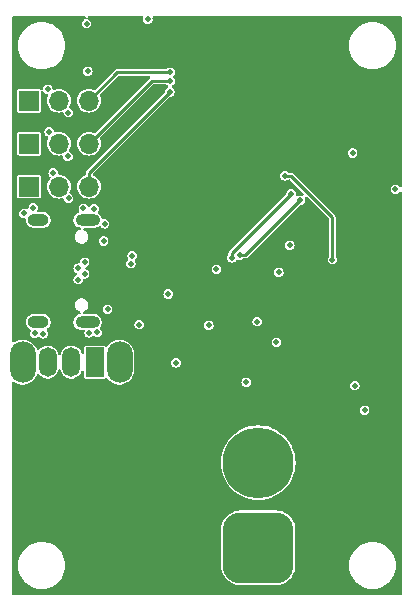
<source format=gbr>
%TF.GenerationSoftware,KiCad,Pcbnew,8.0.5*%
%TF.CreationDate,2024-10-08T22:01:25+02:00*%
%TF.ProjectId,ESP32_Controller,45535033-325f-4436-9f6e-74726f6c6c65,rev?*%
%TF.SameCoordinates,Original*%
%TF.FileFunction,Copper,L3,Inr*%
%TF.FilePolarity,Positive*%
%FSLAX46Y46*%
G04 Gerber Fmt 4.6, Leading zero omitted, Abs format (unit mm)*
G04 Created by KiCad (PCBNEW 8.0.5) date 2024-10-08 22:01:25*
%MOMM*%
%LPD*%
G01*
G04 APERTURE LIST*
G04 Aperture macros list*
%AMRoundRect*
0 Rectangle with rounded corners*
0 $1 Rounding radius*
0 $2 $3 $4 $5 $6 $7 $8 $9 X,Y pos of 4 corners*
0 Add a 4 corners polygon primitive as box body*
4,1,4,$2,$3,$4,$5,$6,$7,$8,$9,$2,$3,0*
0 Add four circle primitives for the rounded corners*
1,1,$1+$1,$2,$3*
1,1,$1+$1,$4,$5*
1,1,$1+$1,$6,$7*
1,1,$1+$1,$8,$9*
0 Add four rect primitives between the rounded corners*
20,1,$1+$1,$2,$3,$4,$5,0*
20,1,$1+$1,$4,$5,$6,$7,0*
20,1,$1+$1,$6,$7,$8,$9,0*
20,1,$1+$1,$8,$9,$2,$3,0*%
G04 Aperture macros list end*
%TA.AperFunction,ComponentPad*%
%ADD10O,2.200000X3.500000*%
%TD*%
%TA.AperFunction,ComponentPad*%
%ADD11R,1.500000X2.500000*%
%TD*%
%TA.AperFunction,ComponentPad*%
%ADD12O,1.500000X2.500000*%
%TD*%
%TA.AperFunction,ComponentPad*%
%ADD13R,1.700000X1.700000*%
%TD*%
%TA.AperFunction,ComponentPad*%
%ADD14O,1.700000X1.700000*%
%TD*%
%TA.AperFunction,ComponentPad*%
%ADD15C,6.000000*%
%TD*%
%TA.AperFunction,ComponentPad*%
%ADD16RoundRect,1.500000X1.500000X-1.500000X1.500000X1.500000X-1.500000X1.500000X-1.500000X-1.500000X0*%
%TD*%
%TA.AperFunction,ComponentPad*%
%ADD17O,2.100000X1.000000*%
%TD*%
%TA.AperFunction,ComponentPad*%
%ADD18O,1.800000X1.000000*%
%TD*%
%TA.AperFunction,ViaPad*%
%ADD19C,0.500000*%
%TD*%
%TA.AperFunction,Conductor*%
%ADD20C,0.254000*%
%TD*%
G04 APERTURE END LIST*
D10*
%TO.N,*%
%TO.C,SW1*%
X85800000Y-95822500D03*
X77600000Y-95822500D03*
D11*
%TO.N,+5V*%
X83700000Y-95822500D03*
D12*
%TO.N,/5VUSB*%
X81700000Y-95822500D03*
%TO.N,/5VBAT*%
X79700000Y-95822500D03*
%TD*%
D13*
%TO.N,+5V*%
%TO.C,J5*%
X78120000Y-80970000D03*
D14*
%TO.N,GND*%
X80660000Y-80970000D03*
%TO.N,/GPIO3*%
X83199999Y-80970000D03*
%TD*%
D13*
%TO.N,+5V*%
%TO.C,J4*%
X78119999Y-77330001D03*
D14*
%TO.N,GND*%
X80659999Y-77330001D03*
%TO.N,/GPIO2*%
X83199998Y-77330001D03*
%TD*%
%TO.N,/GPIO1*%
%TO.C,J3*%
X83190000Y-73690000D03*
%TO.N,GND*%
X80650001Y-73690000D03*
D13*
%TO.N,+5V*%
X78110001Y-73690000D03*
%TD*%
D15*
%TO.N,Net-(J2-Pin_2)*%
%TO.C,J2*%
X97530000Y-104340000D03*
D16*
%TO.N,GND*%
X97530000Y-111540000D03*
%TD*%
D17*
%TO.N,GND*%
%TO.C,J1*%
X83080000Y-83780000D03*
D18*
X78900000Y-83780000D03*
D17*
X83080000Y-92420000D03*
D18*
X78900000Y-92420000D03*
%TD*%
D19*
%TO.N,+3V3*%
X88400000Y-69280000D03*
X103470000Y-107120000D03*
X106210000Y-74490000D03*
X97030000Y-83690000D03*
%TO.N,GND*%
X86750000Y-87490000D03*
%TO.N,+3V3*%
X89920000Y-88820000D03*
X89730000Y-91770000D03*
X95770000Y-92280000D03*
%TO.N,GND*%
X81460000Y-74700000D03*
X79710000Y-72710000D03*
X79840000Y-76330000D03*
X81420000Y-78410000D03*
X81470000Y-81960000D03*
X80170000Y-79820000D03*
X83645361Y-82847300D03*
X82730000Y-82800000D03*
X78470000Y-82780000D03*
X77680000Y-83240000D03*
X78590000Y-93390000D03*
X79340000Y-93420000D03*
X83220000Y-93340000D03*
X83890000Y-93310000D03*
X84520000Y-84110000D03*
X84770000Y-91350000D03*
X87450000Y-92650000D03*
X89900000Y-90060000D03*
X93990000Y-87970000D03*
X99280000Y-88210000D03*
X97440000Y-92390000D03*
X88180000Y-66790000D03*
X82990000Y-67160000D03*
X83090000Y-71200000D03*
X90570000Y-95890000D03*
X93340000Y-92710000D03*
X99070000Y-94150000D03*
X96520000Y-97530000D03*
X106540000Y-99890000D03*
X105700000Y-97810000D03*
X100200000Y-85930000D03*
X105520000Y-78120000D03*
X109150000Y-81190000D03*
%TO.N,/GPIO3*%
X90050000Y-72950000D03*
%TO.N,/GPIO2*%
X90080000Y-72030000D03*
%TO.N,/GPIO1*%
X90060000Y-71290000D03*
%TO.N,/5VUSB*%
X86860000Y-86820000D03*
X84440000Y-85570000D03*
%TO.N,/I2C_SCL*%
X95950000Y-86760000D03*
X101100000Y-82110000D03*
%TO.N,/I2C_SDA*%
X100320000Y-81590000D03*
X95290000Y-87000000D03*
%TO.N,/GPIO47*%
X99780000Y-80060000D03*
X103810000Y-87150000D03*
%TO.N,/USB_N*%
X82830000Y-88350000D03*
X82830000Y-87365000D03*
%TO.N,/USB_P*%
X82280000Y-88840000D03*
X82280000Y-87865000D03*
%TD*%
D20*
%TO.N,/GPIO2*%
X88499999Y-72030000D02*
X90080000Y-72030000D01*
X83199998Y-77330001D02*
X88499999Y-72030000D01*
%TO.N,/GPIO1*%
X85590000Y-71290000D02*
X90060000Y-71290000D01*
X83190000Y-73690000D02*
X85590000Y-71290000D01*
%TO.N,/GPIO3*%
X83199999Y-80970000D02*
X83199999Y-79800001D01*
X83199999Y-79800001D02*
X90050000Y-72950000D01*
%TO.N,/I2C_SDA*%
X95290000Y-86620000D02*
X100320000Y-81590000D01*
X95290000Y-87000000D02*
X95290000Y-86620000D01*
%TO.N,/I2C_SCL*%
X95950000Y-86760000D02*
X96450000Y-86760000D01*
X96450000Y-86760000D02*
X101100000Y-82110000D01*
%TO.N,/GPIO47*%
X103810000Y-83580000D02*
X100290000Y-80060000D01*
X103810000Y-87150000D02*
X103810000Y-83580000D01*
X100290000Y-80060000D02*
X99780000Y-80060000D01*
%TD*%
%TA.AperFunction,Conductor*%
%TO.N,+3V3*%
G36*
X82868917Y-66560185D02*
G01*
X82914672Y-66612989D01*
X82924616Y-66682147D01*
X82895591Y-66745703D01*
X82858173Y-66774983D01*
X82802648Y-66803275D01*
X82750230Y-66829983D01*
X82750223Y-66829988D01*
X82659988Y-66920223D01*
X82659985Y-66920227D01*
X82602041Y-67033949D01*
X82582078Y-67159996D01*
X82582078Y-67160003D01*
X82602041Y-67286050D01*
X82602042Y-67286053D01*
X82602043Y-67286055D01*
X82659984Y-67399771D01*
X82659985Y-67399772D01*
X82659988Y-67399776D01*
X82750223Y-67490011D01*
X82750227Y-67490014D01*
X82750229Y-67490016D01*
X82863945Y-67547957D01*
X82863947Y-67547957D01*
X82863949Y-67547958D01*
X82989997Y-67567922D01*
X82990000Y-67567922D01*
X82990003Y-67567922D01*
X83116050Y-67547958D01*
X83116050Y-67547957D01*
X83116055Y-67547957D01*
X83229771Y-67490016D01*
X83320016Y-67399771D01*
X83377957Y-67286055D01*
X83377958Y-67286050D01*
X83397922Y-67160003D01*
X83397922Y-67159996D01*
X83377958Y-67033949D01*
X83377957Y-67033947D01*
X83377957Y-67033945D01*
X83320016Y-66920229D01*
X83320014Y-66920227D01*
X83320011Y-66920223D01*
X83229776Y-66829988D01*
X83229772Y-66829985D01*
X83229771Y-66829984D01*
X83121826Y-66774983D01*
X83071031Y-66727011D01*
X83054236Y-66659190D01*
X83076773Y-66593055D01*
X83131488Y-66549603D01*
X83178122Y-66540500D01*
X87666409Y-66540500D01*
X87733448Y-66560185D01*
X87779203Y-66612989D01*
X87789147Y-66682147D01*
X87788882Y-66683897D01*
X87772078Y-66789996D01*
X87772078Y-66790003D01*
X87792041Y-66916050D01*
X87792042Y-66916053D01*
X87792043Y-66916055D01*
X87794167Y-66920223D01*
X87849985Y-67029772D01*
X87849988Y-67029776D01*
X87940223Y-67120011D01*
X87940227Y-67120014D01*
X87940229Y-67120016D01*
X88053945Y-67177957D01*
X88053947Y-67177957D01*
X88053949Y-67177958D01*
X88179997Y-67197922D01*
X88180000Y-67197922D01*
X88180003Y-67197922D01*
X88306050Y-67177958D01*
X88306050Y-67177957D01*
X88306055Y-67177957D01*
X88419771Y-67120016D01*
X88510016Y-67029771D01*
X88567957Y-66916055D01*
X88581589Y-66829988D01*
X88587922Y-66790003D01*
X88587922Y-66789996D01*
X88571118Y-66683897D01*
X88580073Y-66614604D01*
X88625069Y-66561152D01*
X88691821Y-66540513D01*
X88693591Y-66540500D01*
X109575500Y-66540500D01*
X109642539Y-66560185D01*
X109688294Y-66612989D01*
X109699500Y-66664500D01*
X109699500Y-80870689D01*
X109679815Y-80937728D01*
X109627011Y-80983483D01*
X109557853Y-80993427D01*
X109494297Y-80964402D01*
X109487284Y-80956761D01*
X109486917Y-80957129D01*
X109389776Y-80859988D01*
X109389772Y-80859985D01*
X109389771Y-80859984D01*
X109276055Y-80802043D01*
X109276053Y-80802042D01*
X109276050Y-80802041D01*
X109150003Y-80782078D01*
X109149997Y-80782078D01*
X109023949Y-80802041D01*
X108910227Y-80859985D01*
X108910223Y-80859988D01*
X108819988Y-80950223D01*
X108819985Y-80950227D01*
X108762041Y-81063949D01*
X108742078Y-81189996D01*
X108742078Y-81190003D01*
X108762041Y-81316050D01*
X108762042Y-81316053D01*
X108762043Y-81316055D01*
X108819984Y-81429771D01*
X108819985Y-81429772D01*
X108819988Y-81429776D01*
X108910223Y-81520011D01*
X108910227Y-81520014D01*
X108910229Y-81520016D01*
X109023945Y-81577957D01*
X109023947Y-81577957D01*
X109023949Y-81577958D01*
X109149997Y-81597922D01*
X109150000Y-81597922D01*
X109150003Y-81597922D01*
X109276050Y-81577958D01*
X109276050Y-81577957D01*
X109276055Y-81577957D01*
X109389771Y-81520016D01*
X109428586Y-81481201D01*
X109486917Y-81422871D01*
X109489462Y-81425416D01*
X109530490Y-81393768D01*
X109600102Y-81387775D01*
X109661903Y-81420369D01*
X109696272Y-81481201D01*
X109699500Y-81509310D01*
X109699500Y-115415500D01*
X109679815Y-115482539D01*
X109627011Y-115528294D01*
X109575500Y-115539500D01*
X76824500Y-115539500D01*
X76757461Y-115519815D01*
X76711706Y-115467011D01*
X76700500Y-115415500D01*
X76700500Y-113039998D01*
X77194390Y-113039998D01*
X77194390Y-113040001D01*
X77214804Y-113325433D01*
X77275628Y-113605037D01*
X77275630Y-113605043D01*
X77275631Y-113605046D01*
X77374847Y-113871054D01*
X77375635Y-113873166D01*
X77512770Y-114124309D01*
X77512775Y-114124317D01*
X77684254Y-114353387D01*
X77684270Y-114353405D01*
X77886594Y-114555729D01*
X77886612Y-114555745D01*
X78115682Y-114727224D01*
X78115690Y-114727229D01*
X78366833Y-114864364D01*
X78366832Y-114864364D01*
X78366836Y-114864365D01*
X78366839Y-114864367D01*
X78634954Y-114964369D01*
X78634960Y-114964370D01*
X78634962Y-114964371D01*
X78914566Y-115025195D01*
X78914568Y-115025195D01*
X78914572Y-115025196D01*
X79168220Y-115043337D01*
X79199999Y-115045610D01*
X79200000Y-115045610D01*
X79200001Y-115045610D01*
X79228595Y-115043564D01*
X79485428Y-115025196D01*
X79765046Y-114964369D01*
X80033161Y-114864367D01*
X80284315Y-114727226D01*
X80513395Y-114555739D01*
X80715739Y-114353395D01*
X80887226Y-114124315D01*
X81024367Y-113873161D01*
X81124369Y-113605046D01*
X81185196Y-113325428D01*
X81205610Y-113040000D01*
X81185196Y-112754572D01*
X81124369Y-112474954D01*
X81024367Y-112206839D01*
X80944025Y-112059705D01*
X80887229Y-111955690D01*
X80887224Y-111955682D01*
X80715745Y-111726612D01*
X80715729Y-111726594D01*
X80513405Y-111524270D01*
X80513387Y-111524254D01*
X80284317Y-111352775D01*
X80284309Y-111352770D01*
X80033166Y-111215635D01*
X80033167Y-111215635D01*
X79925915Y-111175632D01*
X79765046Y-111115631D01*
X79765043Y-111115630D01*
X79765037Y-111115628D01*
X79485433Y-111054804D01*
X79200001Y-111034390D01*
X79199999Y-111034390D01*
X78914566Y-111054804D01*
X78634962Y-111115628D01*
X78366833Y-111215635D01*
X78115690Y-111352770D01*
X78115682Y-111352775D01*
X77886612Y-111524254D01*
X77886594Y-111524270D01*
X77684270Y-111726594D01*
X77684254Y-111726612D01*
X77512775Y-111955682D01*
X77512770Y-111955690D01*
X77375635Y-112206833D01*
X77275628Y-112474962D01*
X77214804Y-112754566D01*
X77194390Y-113039998D01*
X76700500Y-113039998D01*
X76700500Y-109975053D01*
X94377100Y-109975053D01*
X94377100Y-113104932D01*
X94377101Y-113104947D01*
X94392401Y-113299367D01*
X94453137Y-113552354D01*
X94552700Y-113792721D01*
X94688638Y-114014551D01*
X94688642Y-114014556D01*
X94765234Y-114104233D01*
X94857609Y-114212391D01*
X94984244Y-114320547D01*
X95055443Y-114381357D01*
X95055448Y-114381361D01*
X95277278Y-114517299D01*
X95517645Y-114616862D01*
X95734739Y-114668981D01*
X95770630Y-114677598D01*
X95965059Y-114692900D01*
X99094940Y-114692899D01*
X99289370Y-114677598D01*
X99542354Y-114616862D01*
X99782721Y-114517299D01*
X100004554Y-114381359D01*
X100202391Y-114212391D01*
X100371359Y-114014554D01*
X100507299Y-113792721D01*
X100606862Y-113552354D01*
X100667598Y-113299370D01*
X100682900Y-113104941D01*
X100682900Y-113039998D01*
X105194390Y-113039998D01*
X105194390Y-113040001D01*
X105214804Y-113325433D01*
X105275628Y-113605037D01*
X105275630Y-113605043D01*
X105275631Y-113605046D01*
X105374847Y-113871054D01*
X105375635Y-113873166D01*
X105512770Y-114124309D01*
X105512775Y-114124317D01*
X105684254Y-114353387D01*
X105684270Y-114353405D01*
X105886594Y-114555729D01*
X105886612Y-114555745D01*
X106115682Y-114727224D01*
X106115690Y-114727229D01*
X106366833Y-114864364D01*
X106366832Y-114864364D01*
X106366836Y-114864365D01*
X106366839Y-114864367D01*
X106634954Y-114964369D01*
X106634960Y-114964370D01*
X106634962Y-114964371D01*
X106914566Y-115025195D01*
X106914568Y-115025195D01*
X106914572Y-115025196D01*
X107168220Y-115043337D01*
X107199999Y-115045610D01*
X107200000Y-115045610D01*
X107200001Y-115045610D01*
X107228595Y-115043564D01*
X107485428Y-115025196D01*
X107765046Y-114964369D01*
X108033161Y-114864367D01*
X108284315Y-114727226D01*
X108513395Y-114555739D01*
X108715739Y-114353395D01*
X108887226Y-114124315D01*
X109024367Y-113873161D01*
X109124369Y-113605046D01*
X109185196Y-113325428D01*
X109205610Y-113040000D01*
X109185196Y-112754572D01*
X109124369Y-112474954D01*
X109024367Y-112206839D01*
X108944025Y-112059705D01*
X108887229Y-111955690D01*
X108887224Y-111955682D01*
X108715745Y-111726612D01*
X108715729Y-111726594D01*
X108513405Y-111524270D01*
X108513387Y-111524254D01*
X108284317Y-111352775D01*
X108284309Y-111352770D01*
X108033166Y-111215635D01*
X108033167Y-111215635D01*
X107925915Y-111175632D01*
X107765046Y-111115631D01*
X107765043Y-111115630D01*
X107765037Y-111115628D01*
X107485433Y-111054804D01*
X107200001Y-111034390D01*
X107199999Y-111034390D01*
X106914566Y-111054804D01*
X106634962Y-111115628D01*
X106366833Y-111215635D01*
X106115690Y-111352770D01*
X106115682Y-111352775D01*
X105886612Y-111524254D01*
X105886594Y-111524270D01*
X105684270Y-111726594D01*
X105684254Y-111726612D01*
X105512775Y-111955682D01*
X105512770Y-111955690D01*
X105375635Y-112206833D01*
X105275628Y-112474962D01*
X105214804Y-112754566D01*
X105194390Y-113039998D01*
X100682900Y-113039998D01*
X100682899Y-109975060D01*
X100667598Y-109780630D01*
X100606862Y-109527646D01*
X100507299Y-109287279D01*
X100507299Y-109287278D01*
X100371361Y-109065448D01*
X100371357Y-109065443D01*
X100310547Y-108994244D01*
X100202391Y-108867609D01*
X100094233Y-108775234D01*
X100004556Y-108698642D01*
X100004551Y-108698638D01*
X99782721Y-108562700D01*
X99542354Y-108463137D01*
X99289373Y-108402402D01*
X99172712Y-108393220D01*
X99094941Y-108387100D01*
X99094939Y-108387100D01*
X95965067Y-108387100D01*
X95965052Y-108387101D01*
X95770632Y-108402401D01*
X95517645Y-108463137D01*
X95277278Y-108562700D01*
X95055448Y-108698638D01*
X95055443Y-108698642D01*
X94857609Y-108867609D01*
X94688642Y-109065443D01*
X94688638Y-109065448D01*
X94552700Y-109287278D01*
X94453137Y-109527645D01*
X94392402Y-109780626D01*
X94377100Y-109975053D01*
X76700500Y-109975053D01*
X76700500Y-104340000D01*
X94372132Y-104340000D01*
X94391987Y-104693564D01*
X94391989Y-104693576D01*
X94451305Y-105042688D01*
X94451307Y-105042697D01*
X94549340Y-105382975D01*
X94684855Y-105710141D01*
X94684857Y-105710145D01*
X94684859Y-105710148D01*
X94856157Y-106020087D01*
X95061079Y-106308898D01*
X95297050Y-106572950D01*
X95561102Y-106808921D01*
X95849913Y-107013843D01*
X96159852Y-107185141D01*
X96159854Y-107185142D01*
X96159858Y-107185144D01*
X96285234Y-107237076D01*
X96487022Y-107320659D01*
X96827308Y-107418694D01*
X97176431Y-107478012D01*
X97530000Y-107497868D01*
X97883569Y-107478012D01*
X98232692Y-107418694D01*
X98572978Y-107320659D01*
X98900148Y-107185141D01*
X99210087Y-107013843D01*
X99498898Y-106808921D01*
X99762950Y-106572950D01*
X99998921Y-106308898D01*
X100203843Y-106020087D01*
X100375141Y-105710148D01*
X100510659Y-105382978D01*
X100608694Y-105042692D01*
X100668012Y-104693569D01*
X100687868Y-104340000D01*
X100668012Y-103986431D01*
X100608694Y-103637308D01*
X100510659Y-103297022D01*
X100427076Y-103095234D01*
X100375144Y-102969858D01*
X100375142Y-102969854D01*
X100203842Y-102659912D01*
X99998921Y-102371102D01*
X99762950Y-102107050D01*
X99498898Y-101871079D01*
X99210087Y-101666157D01*
X98900145Y-101494857D01*
X98900141Y-101494855D01*
X98632077Y-101383820D01*
X98572978Y-101359341D01*
X98572975Y-101359340D01*
X98232697Y-101261307D01*
X98232688Y-101261305D01*
X97883576Y-101201989D01*
X97883564Y-101201987D01*
X97530000Y-101182132D01*
X97176435Y-101201987D01*
X97176423Y-101201989D01*
X96827311Y-101261305D01*
X96827302Y-101261307D01*
X96487024Y-101359340D01*
X96159858Y-101494855D01*
X96159854Y-101494857D01*
X95849912Y-101666157D01*
X95561100Y-101871080D01*
X95297050Y-102107050D01*
X95061080Y-102371100D01*
X94856157Y-102659912D01*
X94684857Y-102969854D01*
X94684855Y-102969858D01*
X94549340Y-103297024D01*
X94451307Y-103637302D01*
X94451305Y-103637311D01*
X94391989Y-103986423D01*
X94391987Y-103986435D01*
X94372132Y-104340000D01*
X76700500Y-104340000D01*
X76700500Y-99889996D01*
X106132078Y-99889996D01*
X106132078Y-99890003D01*
X106152041Y-100016050D01*
X106152042Y-100016053D01*
X106152043Y-100016055D01*
X106209984Y-100129771D01*
X106209985Y-100129772D01*
X106209988Y-100129776D01*
X106300223Y-100220011D01*
X106300227Y-100220014D01*
X106300229Y-100220016D01*
X106413945Y-100277957D01*
X106413947Y-100277957D01*
X106413949Y-100277958D01*
X106539997Y-100297922D01*
X106540000Y-100297922D01*
X106540003Y-100297922D01*
X106666050Y-100277958D01*
X106666050Y-100277957D01*
X106666055Y-100277957D01*
X106779771Y-100220016D01*
X106870016Y-100129771D01*
X106927957Y-100016055D01*
X106947922Y-99890000D01*
X106947922Y-99889996D01*
X106927958Y-99763949D01*
X106927957Y-99763947D01*
X106927957Y-99763945D01*
X106870016Y-99650229D01*
X106870014Y-99650227D01*
X106870011Y-99650223D01*
X106779776Y-99559988D01*
X106779772Y-99559985D01*
X106779771Y-99559984D01*
X106666055Y-99502043D01*
X106666053Y-99502042D01*
X106666050Y-99502041D01*
X106540003Y-99482078D01*
X106539997Y-99482078D01*
X106413949Y-99502041D01*
X106300227Y-99559985D01*
X106300223Y-99559988D01*
X106209988Y-99650223D01*
X106209985Y-99650227D01*
X106152041Y-99763949D01*
X106132078Y-99889996D01*
X76700500Y-99889996D01*
X76700500Y-97611008D01*
X76720185Y-97543969D01*
X76772989Y-97498214D01*
X76842147Y-97488270D01*
X76897384Y-97510689D01*
X76943337Y-97544076D01*
X76994661Y-97570227D01*
X77119052Y-97633608D01*
X77119055Y-97633609D01*
X77188123Y-97656050D01*
X77306612Y-97694549D01*
X77501395Y-97725400D01*
X77501396Y-97725400D01*
X77698604Y-97725400D01*
X77698605Y-97725400D01*
X77893388Y-97694549D01*
X78080947Y-97633608D01*
X78256663Y-97544076D01*
X78416209Y-97428158D01*
X78555658Y-97288709D01*
X78671576Y-97129163D01*
X78761108Y-96953447D01*
X78771940Y-96920110D01*
X78811376Y-96862434D01*
X78875735Y-96835235D01*
X78944581Y-96847149D01*
X78992974Y-96889537D01*
X78998673Y-96898067D01*
X79124431Y-97023825D01*
X79124435Y-97023828D01*
X79272316Y-97122640D01*
X79272317Y-97122640D01*
X79272318Y-97122641D01*
X79272320Y-97122642D01*
X79319159Y-97142043D01*
X79436634Y-97190702D01*
X79436636Y-97190702D01*
X79436641Y-97190704D01*
X79611067Y-97225399D01*
X79611070Y-97225400D01*
X79611072Y-97225400D01*
X79788930Y-97225400D01*
X79788931Y-97225399D01*
X79847074Y-97213834D01*
X79963358Y-97190704D01*
X79963361Y-97190702D01*
X79963366Y-97190702D01*
X80127684Y-97122640D01*
X80275565Y-97023828D01*
X80401328Y-96898065D01*
X80500140Y-96750184D01*
X80568202Y-96585866D01*
X80568204Y-96585858D01*
X80578383Y-96534685D01*
X80610768Y-96472774D01*
X80671483Y-96438200D01*
X80741253Y-96441939D01*
X80797925Y-96482806D01*
X80821617Y-96534685D01*
X80831795Y-96585858D01*
X80831798Y-96585867D01*
X80899857Y-96750179D01*
X80899858Y-96750181D01*
X80998671Y-96898064D01*
X80998674Y-96898068D01*
X81124431Y-97023825D01*
X81124435Y-97023828D01*
X81272316Y-97122640D01*
X81272317Y-97122640D01*
X81272318Y-97122641D01*
X81272320Y-97122642D01*
X81319159Y-97142043D01*
X81436634Y-97190702D01*
X81436636Y-97190702D01*
X81436641Y-97190704D01*
X81611067Y-97225399D01*
X81611070Y-97225400D01*
X81611072Y-97225400D01*
X81788930Y-97225400D01*
X81788931Y-97225399D01*
X81847074Y-97213834D01*
X81963358Y-97190704D01*
X81963361Y-97190702D01*
X81963366Y-97190702D01*
X82127684Y-97122640D01*
X82275565Y-97023828D01*
X82401328Y-96898065D01*
X82500140Y-96750184D01*
X82558541Y-96609188D01*
X82602379Y-96554789D01*
X82668672Y-96532723D01*
X82736372Y-96550001D01*
X82783983Y-96601138D01*
X82797100Y-96656644D01*
X82797100Y-97087554D01*
X82805972Y-97132158D01*
X82805973Y-97132161D01*
X82823778Y-97158807D01*
X82839766Y-97182734D01*
X82890342Y-97216528D01*
X82890343Y-97216528D01*
X82890345Y-97216529D01*
X82912642Y-97220964D01*
X82934943Y-97225400D01*
X84465056Y-97225399D01*
X84509658Y-97216528D01*
X84560234Y-97182734D01*
X84560610Y-97182171D01*
X84561753Y-97181215D01*
X84568870Y-97174099D01*
X84569506Y-97174735D01*
X84614220Y-97137365D01*
X84683545Y-97128655D01*
X84746573Y-97158807D01*
X84764031Y-97178173D01*
X84838850Y-97281150D01*
X84844342Y-97288709D01*
X84983791Y-97428158D01*
X85143337Y-97544076D01*
X85194661Y-97570227D01*
X85319052Y-97633608D01*
X85319055Y-97633609D01*
X85388123Y-97656050D01*
X85506612Y-97694549D01*
X85701395Y-97725400D01*
X85701396Y-97725400D01*
X85898604Y-97725400D01*
X85898605Y-97725400D01*
X86093388Y-97694549D01*
X86280947Y-97633608D01*
X86456663Y-97544076D01*
X86476042Y-97529996D01*
X96112078Y-97529996D01*
X96112078Y-97530003D01*
X96132041Y-97656050D01*
X96132042Y-97656053D01*
X96132043Y-97656055D01*
X96151657Y-97694549D01*
X96189985Y-97769772D01*
X96189988Y-97769776D01*
X96280223Y-97860011D01*
X96280227Y-97860014D01*
X96280229Y-97860016D01*
X96393945Y-97917957D01*
X96393947Y-97917957D01*
X96393949Y-97917958D01*
X96519997Y-97937922D01*
X96520000Y-97937922D01*
X96520003Y-97937922D01*
X96646050Y-97917958D01*
X96646050Y-97917957D01*
X96646055Y-97917957D01*
X96759771Y-97860016D01*
X96809791Y-97809996D01*
X105292078Y-97809996D01*
X105292078Y-97810003D01*
X105312041Y-97936050D01*
X105312042Y-97936053D01*
X105312043Y-97936055D01*
X105369984Y-98049771D01*
X105369985Y-98049772D01*
X105369988Y-98049776D01*
X105460223Y-98140011D01*
X105460227Y-98140014D01*
X105460229Y-98140016D01*
X105573945Y-98197957D01*
X105573947Y-98197957D01*
X105573949Y-98197958D01*
X105699997Y-98217922D01*
X105700000Y-98217922D01*
X105700003Y-98217922D01*
X105826050Y-98197958D01*
X105826050Y-98197957D01*
X105826055Y-98197957D01*
X105939771Y-98140016D01*
X106030016Y-98049771D01*
X106087957Y-97936055D01*
X106087958Y-97936050D01*
X106107922Y-97810003D01*
X106107922Y-97809996D01*
X106087958Y-97683949D01*
X106087957Y-97683947D01*
X106087957Y-97683945D01*
X106030016Y-97570229D01*
X106030014Y-97570227D01*
X106030011Y-97570223D01*
X105939776Y-97479988D01*
X105939772Y-97479985D01*
X105939771Y-97479984D01*
X105826055Y-97422043D01*
X105826053Y-97422042D01*
X105826050Y-97422041D01*
X105700003Y-97402078D01*
X105699997Y-97402078D01*
X105573949Y-97422041D01*
X105460227Y-97479985D01*
X105460223Y-97479988D01*
X105369988Y-97570223D01*
X105369985Y-97570227D01*
X105312041Y-97683949D01*
X105292078Y-97809996D01*
X96809791Y-97809996D01*
X96850016Y-97769771D01*
X96907957Y-97656055D01*
X96915092Y-97611008D01*
X96927922Y-97530003D01*
X96927922Y-97529996D01*
X96907958Y-97403949D01*
X96907957Y-97403947D01*
X96907957Y-97403945D01*
X96850016Y-97290229D01*
X96850014Y-97290227D01*
X96850011Y-97290223D01*
X96759776Y-97199988D01*
X96759772Y-97199985D01*
X96759771Y-97199984D01*
X96646055Y-97142043D01*
X96646053Y-97142042D01*
X96646050Y-97142041D01*
X96520003Y-97122078D01*
X96519997Y-97122078D01*
X96393949Y-97142041D01*
X96280227Y-97199985D01*
X96280223Y-97199988D01*
X96189988Y-97290223D01*
X96189985Y-97290227D01*
X96132041Y-97403949D01*
X96112078Y-97529996D01*
X86476042Y-97529996D01*
X86616209Y-97428158D01*
X86755658Y-97288709D01*
X86871576Y-97129163D01*
X86961108Y-96953447D01*
X87022049Y-96765888D01*
X87052900Y-96571105D01*
X87052900Y-95889996D01*
X90162078Y-95889996D01*
X90162078Y-95890003D01*
X90182041Y-96016050D01*
X90182042Y-96016053D01*
X90182043Y-96016055D01*
X90239984Y-96129771D01*
X90239985Y-96129772D01*
X90239988Y-96129776D01*
X90330223Y-96220011D01*
X90330227Y-96220014D01*
X90330229Y-96220016D01*
X90443945Y-96277957D01*
X90443947Y-96277957D01*
X90443949Y-96277958D01*
X90569997Y-96297922D01*
X90570000Y-96297922D01*
X90570003Y-96297922D01*
X90696050Y-96277958D01*
X90696050Y-96277957D01*
X90696055Y-96277957D01*
X90809771Y-96220016D01*
X90900016Y-96129771D01*
X90957957Y-96016055D01*
X90977922Y-95890000D01*
X90977922Y-95889996D01*
X90957958Y-95763949D01*
X90957957Y-95763947D01*
X90957957Y-95763945D01*
X90900016Y-95650229D01*
X90900014Y-95650227D01*
X90900011Y-95650223D01*
X90809776Y-95559988D01*
X90809772Y-95559985D01*
X90809771Y-95559984D01*
X90696055Y-95502043D01*
X90696053Y-95502042D01*
X90696050Y-95502041D01*
X90570003Y-95482078D01*
X90569997Y-95482078D01*
X90443949Y-95502041D01*
X90330227Y-95559985D01*
X90330223Y-95559988D01*
X90239988Y-95650223D01*
X90239985Y-95650227D01*
X90182041Y-95763949D01*
X90162078Y-95889996D01*
X87052900Y-95889996D01*
X87052900Y-95073895D01*
X87022049Y-94879112D01*
X86961108Y-94691553D01*
X86961108Y-94691552D01*
X86882847Y-94537958D01*
X86871576Y-94515837D01*
X86755658Y-94356291D01*
X86616209Y-94216842D01*
X86524204Y-94149996D01*
X98662078Y-94149996D01*
X98662078Y-94150003D01*
X98682041Y-94276050D01*
X98682042Y-94276053D01*
X98682043Y-94276055D01*
X98739984Y-94389771D01*
X98739985Y-94389772D01*
X98739988Y-94389776D01*
X98830223Y-94480011D01*
X98830227Y-94480014D01*
X98830229Y-94480016D01*
X98943945Y-94537957D01*
X98943947Y-94537957D01*
X98943949Y-94537958D01*
X99069997Y-94557922D01*
X99070000Y-94557922D01*
X99070003Y-94557922D01*
X99196050Y-94537958D01*
X99196050Y-94537957D01*
X99196055Y-94537957D01*
X99309771Y-94480016D01*
X99400016Y-94389771D01*
X99457957Y-94276055D01*
X99457958Y-94276050D01*
X99477922Y-94150003D01*
X99477922Y-94149996D01*
X99457958Y-94023949D01*
X99457957Y-94023947D01*
X99457957Y-94023945D01*
X99400016Y-93910229D01*
X99400014Y-93910227D01*
X99400011Y-93910223D01*
X99309776Y-93819988D01*
X99309772Y-93819985D01*
X99309771Y-93819984D01*
X99196055Y-93762043D01*
X99196053Y-93762042D01*
X99196050Y-93762041D01*
X99070003Y-93742078D01*
X99069997Y-93742078D01*
X98943949Y-93762041D01*
X98830227Y-93819985D01*
X98830223Y-93819988D01*
X98739988Y-93910223D01*
X98739985Y-93910227D01*
X98682041Y-94023949D01*
X98662078Y-94149996D01*
X86524204Y-94149996D01*
X86456663Y-94100924D01*
X86438868Y-94091857D01*
X86280947Y-94011391D01*
X86280944Y-94011390D01*
X86093389Y-93950451D01*
X85995996Y-93935025D01*
X85898605Y-93919600D01*
X85701395Y-93919600D01*
X85636467Y-93929883D01*
X85506610Y-93950451D01*
X85319055Y-94011390D01*
X85319052Y-94011391D01*
X85143336Y-94100924D01*
X84983789Y-94216843D01*
X84844341Y-94356291D01*
X84764031Y-94466827D01*
X84708701Y-94509492D01*
X84639087Y-94515470D01*
X84577293Y-94482863D01*
X84560612Y-94462832D01*
X84560233Y-94462265D01*
X84509659Y-94428473D01*
X84509658Y-94428472D01*
X84509657Y-94428471D01*
X84509656Y-94428471D01*
X84509654Y-94428470D01*
X84465059Y-94419600D01*
X82934945Y-94419600D01*
X82890341Y-94428472D01*
X82890338Y-94428473D01*
X82839766Y-94462265D01*
X82805971Y-94512843D01*
X82805970Y-94512845D01*
X82797100Y-94557440D01*
X82797100Y-94988353D01*
X82777415Y-95055392D01*
X82724611Y-95101147D01*
X82655453Y-95111091D01*
X82591897Y-95082066D01*
X82558539Y-95035805D01*
X82500142Y-94894820D01*
X82500141Y-94894818D01*
X82401328Y-94746935D01*
X82401325Y-94746931D01*
X82275568Y-94621174D01*
X82275564Y-94621171D01*
X82127681Y-94522358D01*
X82127679Y-94522357D01*
X81963367Y-94454298D01*
X81963358Y-94454295D01*
X81788931Y-94419600D01*
X81788928Y-94419600D01*
X81611072Y-94419600D01*
X81611069Y-94419600D01*
X81436641Y-94454295D01*
X81436632Y-94454298D01*
X81272320Y-94522357D01*
X81272318Y-94522358D01*
X81124435Y-94621171D01*
X81124431Y-94621174D01*
X80998674Y-94746931D01*
X80998671Y-94746935D01*
X80899858Y-94894818D01*
X80899857Y-94894820D01*
X80831798Y-95059132D01*
X80831796Y-95059140D01*
X80821617Y-95110315D01*
X80789232Y-95172225D01*
X80728516Y-95206800D01*
X80658747Y-95203060D01*
X80602075Y-95162193D01*
X80578383Y-95110315D01*
X80568203Y-95059140D01*
X80568202Y-95059134D01*
X80500140Y-94894816D01*
X80401328Y-94746935D01*
X80401326Y-94746933D01*
X80401325Y-94746931D01*
X80275568Y-94621174D01*
X80275564Y-94621171D01*
X80127681Y-94522358D01*
X80127679Y-94522357D01*
X79963367Y-94454298D01*
X79963358Y-94454295D01*
X79788931Y-94419600D01*
X79788928Y-94419600D01*
X79611072Y-94419600D01*
X79611069Y-94419600D01*
X79436641Y-94454295D01*
X79436632Y-94454298D01*
X79272320Y-94522357D01*
X79272318Y-94522358D01*
X79124435Y-94621171D01*
X79124431Y-94621174D01*
X78998672Y-94746933D01*
X78992972Y-94755465D01*
X78939358Y-94800269D01*
X78870033Y-94808975D01*
X78807006Y-94778819D01*
X78771940Y-94724890D01*
X78761109Y-94691555D01*
X78761108Y-94691552D01*
X78682847Y-94537958D01*
X78671576Y-94515837D01*
X78555658Y-94356291D01*
X78416209Y-94216842D01*
X78256663Y-94100924D01*
X78238868Y-94091857D01*
X78080947Y-94011391D01*
X78080944Y-94011390D01*
X77893389Y-93950451D01*
X77795996Y-93935025D01*
X77698605Y-93919600D01*
X77501395Y-93919600D01*
X77436467Y-93929883D01*
X77306610Y-93950451D01*
X77119055Y-94011390D01*
X77119052Y-94011391D01*
X76943333Y-94100926D01*
X76897385Y-94134309D01*
X76831578Y-94157789D01*
X76763525Y-94141963D01*
X76714830Y-94091857D01*
X76700500Y-94033991D01*
X76700500Y-92484307D01*
X77847099Y-92484307D01*
X77872189Y-92610438D01*
X77872191Y-92610444D01*
X77921406Y-92729261D01*
X77921411Y-92729270D01*
X77992859Y-92836198D01*
X77992862Y-92836202D01*
X78083797Y-92927137D01*
X78083801Y-92927140D01*
X78190729Y-92998588D01*
X78196106Y-93001462D01*
X78195129Y-93003289D01*
X78242186Y-93041209D01*
X78264251Y-93107503D01*
X78250815Y-93168224D01*
X78202041Y-93263948D01*
X78182078Y-93389996D01*
X78182078Y-93390003D01*
X78202041Y-93516050D01*
X78202042Y-93516053D01*
X78202043Y-93516055D01*
X78254435Y-93618880D01*
X78259985Y-93629772D01*
X78259988Y-93629776D01*
X78350223Y-93720011D01*
X78350227Y-93720014D01*
X78350229Y-93720016D01*
X78463945Y-93777957D01*
X78463947Y-93777957D01*
X78463949Y-93777958D01*
X78589997Y-93797922D01*
X78590000Y-93797922D01*
X78590003Y-93797922D01*
X78716050Y-93777958D01*
X78716050Y-93777957D01*
X78716055Y-93777957D01*
X78829771Y-93720016D01*
X78862318Y-93687468D01*
X78923638Y-93653983D01*
X78993330Y-93658966D01*
X79037680Y-93687468D01*
X79100223Y-93750011D01*
X79100227Y-93750014D01*
X79100229Y-93750016D01*
X79213945Y-93807957D01*
X79213947Y-93807957D01*
X79213949Y-93807958D01*
X79339997Y-93827922D01*
X79340000Y-93827922D01*
X79340003Y-93827922D01*
X79466050Y-93807958D01*
X79466050Y-93807957D01*
X79466055Y-93807957D01*
X79579771Y-93750016D01*
X79670016Y-93659771D01*
X79727957Y-93546055D01*
X79727958Y-93546050D01*
X79747922Y-93420003D01*
X79747922Y-93419996D01*
X79727958Y-93293949D01*
X79727957Y-93293947D01*
X79727957Y-93293945D01*
X79670016Y-93180229D01*
X79670014Y-93180227D01*
X79670011Y-93180223D01*
X79643639Y-93153851D01*
X79610154Y-93092528D01*
X79615138Y-93022836D01*
X79657010Y-92966903D01*
X79662430Y-92963068D01*
X79707486Y-92932962D01*
X79716199Y-92927140D01*
X79807140Y-92836199D01*
X79878592Y-92729264D01*
X79927809Y-92610444D01*
X79945015Y-92523945D01*
X79952900Y-92484307D01*
X81877099Y-92484307D01*
X81902189Y-92610438D01*
X81902191Y-92610444D01*
X81951406Y-92729261D01*
X81951411Y-92729270D01*
X82022859Y-92836198D01*
X82022862Y-92836202D01*
X82113797Y-92927137D01*
X82113801Y-92927140D01*
X82220729Y-92998588D01*
X82220738Y-92998593D01*
X82247654Y-93009742D01*
X82339556Y-93047809D01*
X82339560Y-93047809D01*
X82339561Y-93047810D01*
X82465692Y-93072900D01*
X82465695Y-93072900D01*
X82709197Y-93072900D01*
X82776236Y-93092585D01*
X82821991Y-93145389D01*
X82831935Y-93214547D01*
X82831670Y-93216298D01*
X82812078Y-93339997D01*
X82812078Y-93340003D01*
X82832041Y-93466050D01*
X82832042Y-93466053D01*
X82832043Y-93466055D01*
X82874699Y-93549772D01*
X82889985Y-93579772D01*
X82889988Y-93579776D01*
X82980223Y-93670011D01*
X82980227Y-93670014D01*
X82980229Y-93670016D01*
X83093945Y-93727957D01*
X83093947Y-93727957D01*
X83093949Y-93727958D01*
X83219997Y-93747922D01*
X83220000Y-93747922D01*
X83220003Y-93747922D01*
X83346050Y-93727958D01*
X83346050Y-93727957D01*
X83346055Y-93727957D01*
X83459771Y-93670016D01*
X83482406Y-93647380D01*
X83543727Y-93613896D01*
X83613419Y-93618880D01*
X83642970Y-93634742D01*
X83650227Y-93640014D01*
X83650229Y-93640016D01*
X83763945Y-93697957D01*
X83763947Y-93697957D01*
X83763949Y-93697958D01*
X83889997Y-93717922D01*
X83890000Y-93717922D01*
X83890003Y-93717922D01*
X84016050Y-93697958D01*
X84016050Y-93697957D01*
X84016055Y-93697957D01*
X84129771Y-93640016D01*
X84220016Y-93549771D01*
X84277957Y-93436055D01*
X84277958Y-93436050D01*
X84297922Y-93310003D01*
X84297922Y-93309996D01*
X84277958Y-93183949D01*
X84277957Y-93183947D01*
X84277957Y-93183945D01*
X84220016Y-93070229D01*
X84220014Y-93070227D01*
X84220011Y-93070223D01*
X84148476Y-92998688D01*
X84114991Y-92937365D01*
X84119975Y-92867673D01*
X84134793Y-92841956D01*
X84133756Y-92841264D01*
X84208588Y-92729270D01*
X84208588Y-92729269D01*
X84208592Y-92729264D01*
X84241426Y-92649996D01*
X87042078Y-92649996D01*
X87042078Y-92650003D01*
X87062041Y-92776050D01*
X87062042Y-92776053D01*
X87062043Y-92776055D01*
X87108725Y-92867673D01*
X87119985Y-92889772D01*
X87119988Y-92889776D01*
X87210223Y-92980011D01*
X87210227Y-92980014D01*
X87210229Y-92980016D01*
X87323945Y-93037957D01*
X87323947Y-93037957D01*
X87323949Y-93037958D01*
X87449997Y-93057922D01*
X87450000Y-93057922D01*
X87450003Y-93057922D01*
X87576050Y-93037958D01*
X87576050Y-93037957D01*
X87576055Y-93037957D01*
X87689771Y-92980016D01*
X87780016Y-92889771D01*
X87837957Y-92776055D01*
X87845368Y-92729264D01*
X87848420Y-92709996D01*
X92932078Y-92709996D01*
X92932078Y-92710003D01*
X92952041Y-92836050D01*
X92952042Y-92836053D01*
X92952043Y-92836055D01*
X93003663Y-92937365D01*
X93009985Y-92949772D01*
X93009988Y-92949776D01*
X93100223Y-93040011D01*
X93100227Y-93040014D01*
X93100229Y-93040016D01*
X93213945Y-93097957D01*
X93213947Y-93097957D01*
X93213949Y-93097958D01*
X93339997Y-93117922D01*
X93340000Y-93117922D01*
X93340003Y-93117922D01*
X93466050Y-93097958D01*
X93466050Y-93097957D01*
X93466055Y-93097957D01*
X93579771Y-93040016D01*
X93670016Y-92949771D01*
X93727957Y-92836055D01*
X93744871Y-92729264D01*
X93747922Y-92710003D01*
X93747922Y-92709996D01*
X93727958Y-92583949D01*
X93727957Y-92583947D01*
X93727957Y-92583945D01*
X93670016Y-92470229D01*
X93670014Y-92470227D01*
X93670011Y-92470223D01*
X93589784Y-92389996D01*
X97032078Y-92389996D01*
X97032078Y-92390003D01*
X97052041Y-92516050D01*
X97052042Y-92516053D01*
X97052043Y-92516055D01*
X97109984Y-92629771D01*
X97109985Y-92629772D01*
X97109988Y-92629776D01*
X97200223Y-92720011D01*
X97200227Y-92720014D01*
X97200229Y-92720016D01*
X97313945Y-92777957D01*
X97313947Y-92777957D01*
X97313949Y-92777958D01*
X97439997Y-92797922D01*
X97440000Y-92797922D01*
X97440003Y-92797922D01*
X97566050Y-92777958D01*
X97566050Y-92777957D01*
X97566055Y-92777957D01*
X97679771Y-92720016D01*
X97770016Y-92629771D01*
X97827957Y-92516055D01*
X97827958Y-92516050D01*
X97847922Y-92390003D01*
X97847922Y-92389996D01*
X97827958Y-92263949D01*
X97827957Y-92263947D01*
X97827957Y-92263945D01*
X97770016Y-92150229D01*
X97770014Y-92150227D01*
X97770011Y-92150223D01*
X97679776Y-92059988D01*
X97679772Y-92059985D01*
X97679771Y-92059984D01*
X97566055Y-92002043D01*
X97566053Y-92002042D01*
X97566050Y-92002041D01*
X97440003Y-91982078D01*
X97439997Y-91982078D01*
X97313949Y-92002041D01*
X97200227Y-92059985D01*
X97200223Y-92059988D01*
X97109988Y-92150223D01*
X97109985Y-92150227D01*
X97052041Y-92263949D01*
X97032078Y-92389996D01*
X93589784Y-92389996D01*
X93579776Y-92379988D01*
X93579772Y-92379985D01*
X93579771Y-92379984D01*
X93466055Y-92322043D01*
X93466053Y-92322042D01*
X93466050Y-92322041D01*
X93340003Y-92302078D01*
X93339997Y-92302078D01*
X93213949Y-92322041D01*
X93100227Y-92379985D01*
X93100223Y-92379988D01*
X93009988Y-92470223D01*
X93009985Y-92470227D01*
X92952041Y-92583949D01*
X92932078Y-92709996D01*
X87848420Y-92709996D01*
X87857922Y-92650003D01*
X87857922Y-92649996D01*
X87837958Y-92523949D01*
X87837957Y-92523947D01*
X87837957Y-92523945D01*
X87780016Y-92410229D01*
X87780014Y-92410227D01*
X87780011Y-92410223D01*
X87689776Y-92319988D01*
X87689772Y-92319985D01*
X87689771Y-92319984D01*
X87576055Y-92262043D01*
X87576053Y-92262042D01*
X87576050Y-92262041D01*
X87450003Y-92242078D01*
X87449997Y-92242078D01*
X87323949Y-92262041D01*
X87210227Y-92319985D01*
X87210223Y-92319988D01*
X87119988Y-92410223D01*
X87119985Y-92410227D01*
X87062041Y-92523949D01*
X87042078Y-92649996D01*
X84241426Y-92649996D01*
X84257809Y-92610444D01*
X84275015Y-92523945D01*
X84282900Y-92484307D01*
X84282900Y-92355692D01*
X84257810Y-92229561D01*
X84257809Y-92229560D01*
X84257809Y-92229556D01*
X84208592Y-92110736D01*
X84208591Y-92110735D01*
X84208588Y-92110729D01*
X84137140Y-92003801D01*
X84137137Y-92003797D01*
X84046202Y-91912862D01*
X84046198Y-91912859D01*
X83939270Y-91841411D01*
X83939261Y-91841406D01*
X83820444Y-91792191D01*
X83820438Y-91792189D01*
X83694307Y-91767100D01*
X83694305Y-91767100D01*
X82844136Y-91767100D01*
X82777097Y-91747415D01*
X82731342Y-91694611D01*
X82721398Y-91625453D01*
X82750423Y-91561897D01*
X82796688Y-91528537D01*
X82802132Y-91526281D01*
X82802135Y-91526281D01*
X82933365Y-91450515D01*
X83033884Y-91349996D01*
X84362078Y-91349996D01*
X84362078Y-91350003D01*
X84382041Y-91476050D01*
X84382042Y-91476053D01*
X84382043Y-91476055D01*
X84439984Y-91589771D01*
X84439985Y-91589772D01*
X84439988Y-91589776D01*
X84530223Y-91680011D01*
X84530227Y-91680014D01*
X84530229Y-91680016D01*
X84643945Y-91737957D01*
X84643947Y-91737957D01*
X84643949Y-91737958D01*
X84769997Y-91757922D01*
X84770000Y-91757922D01*
X84770003Y-91757922D01*
X84896050Y-91737958D01*
X84896050Y-91737957D01*
X84896055Y-91737957D01*
X85009771Y-91680016D01*
X85100016Y-91589771D01*
X85157957Y-91476055D01*
X85162002Y-91450515D01*
X85177922Y-91350003D01*
X85177922Y-91349996D01*
X85157958Y-91223949D01*
X85157957Y-91223947D01*
X85157957Y-91223945D01*
X85100016Y-91110229D01*
X85100014Y-91110227D01*
X85100011Y-91110223D01*
X85009776Y-91019988D01*
X85009772Y-91019985D01*
X85009771Y-91019984D01*
X84896055Y-90962043D01*
X84896053Y-90962042D01*
X84896050Y-90962041D01*
X84770003Y-90942078D01*
X84769997Y-90942078D01*
X84643949Y-90962041D01*
X84530227Y-91019985D01*
X84530223Y-91019988D01*
X84439988Y-91110223D01*
X84439985Y-91110227D01*
X84439984Y-91110229D01*
X84388061Y-91212135D01*
X84382041Y-91223949D01*
X84362078Y-91349996D01*
X83033884Y-91349996D01*
X83040515Y-91343365D01*
X83116281Y-91212135D01*
X83155500Y-91065766D01*
X83155500Y-90914234D01*
X83116281Y-90767865D01*
X83040515Y-90636635D01*
X82933365Y-90529485D01*
X82867750Y-90491602D01*
X82802136Y-90453719D01*
X82728950Y-90434109D01*
X82655766Y-90414500D01*
X82504234Y-90414500D01*
X82357863Y-90453719D01*
X82226635Y-90529485D01*
X82226632Y-90529487D01*
X82119487Y-90636632D01*
X82119485Y-90636635D01*
X82043719Y-90767863D01*
X82004500Y-90914234D01*
X82004500Y-91065765D01*
X82043719Y-91212136D01*
X82081602Y-91277750D01*
X82119485Y-91343365D01*
X82226635Y-91450515D01*
X82357865Y-91526281D01*
X82405948Y-91539164D01*
X82465608Y-91575529D01*
X82496137Y-91638376D01*
X82487842Y-91707751D01*
X82443357Y-91761629D01*
X82398046Y-91780556D01*
X82339561Y-91792189D01*
X82339555Y-91792191D01*
X82220738Y-91841406D01*
X82220729Y-91841411D01*
X82113801Y-91912859D01*
X82113797Y-91912862D01*
X82022862Y-92003797D01*
X82022859Y-92003801D01*
X81951411Y-92110729D01*
X81951406Y-92110738D01*
X81902191Y-92229555D01*
X81902189Y-92229561D01*
X81877100Y-92355692D01*
X81877100Y-92355695D01*
X81877100Y-92484305D01*
X81877100Y-92484307D01*
X81877099Y-92484307D01*
X79952900Y-92484307D01*
X79952900Y-92355692D01*
X79927810Y-92229561D01*
X79927809Y-92229560D01*
X79927809Y-92229556D01*
X79878592Y-92110736D01*
X79878591Y-92110735D01*
X79878588Y-92110729D01*
X79807140Y-92003801D01*
X79807137Y-92003797D01*
X79716202Y-91912862D01*
X79716198Y-91912859D01*
X79609270Y-91841411D01*
X79609261Y-91841406D01*
X79490444Y-91792191D01*
X79490438Y-91792189D01*
X79364307Y-91767100D01*
X79364305Y-91767100D01*
X78435695Y-91767100D01*
X78435693Y-91767100D01*
X78309561Y-91792189D01*
X78309555Y-91792191D01*
X78190738Y-91841406D01*
X78190729Y-91841411D01*
X78083801Y-91912859D01*
X78083797Y-91912862D01*
X77992862Y-92003797D01*
X77992859Y-92003801D01*
X77921411Y-92110729D01*
X77921406Y-92110738D01*
X77872191Y-92229555D01*
X77872189Y-92229561D01*
X77847100Y-92355692D01*
X77847100Y-92355695D01*
X77847100Y-92484305D01*
X77847100Y-92484307D01*
X77847099Y-92484307D01*
X76700500Y-92484307D01*
X76700500Y-90059996D01*
X89492078Y-90059996D01*
X89492078Y-90060003D01*
X89512041Y-90186050D01*
X89512042Y-90186053D01*
X89512043Y-90186055D01*
X89569984Y-90299771D01*
X89569985Y-90299772D01*
X89569988Y-90299776D01*
X89660223Y-90390011D01*
X89660227Y-90390014D01*
X89660229Y-90390016D01*
X89773945Y-90447957D01*
X89773947Y-90447957D01*
X89773949Y-90447958D01*
X89899997Y-90467922D01*
X89900000Y-90467922D01*
X89900003Y-90467922D01*
X90026050Y-90447958D01*
X90026050Y-90447957D01*
X90026055Y-90447957D01*
X90139771Y-90390016D01*
X90230016Y-90299771D01*
X90287957Y-90186055D01*
X90307922Y-90060000D01*
X90307922Y-90059996D01*
X90287958Y-89933949D01*
X90287957Y-89933947D01*
X90287957Y-89933945D01*
X90230016Y-89820229D01*
X90230014Y-89820227D01*
X90230011Y-89820223D01*
X90139776Y-89729988D01*
X90139772Y-89729985D01*
X90139771Y-89729984D01*
X90026055Y-89672043D01*
X90026053Y-89672042D01*
X90026050Y-89672041D01*
X89900003Y-89652078D01*
X89899997Y-89652078D01*
X89773949Y-89672041D01*
X89660227Y-89729985D01*
X89660223Y-89729988D01*
X89569988Y-89820223D01*
X89569985Y-89820227D01*
X89512041Y-89933949D01*
X89492078Y-90059996D01*
X76700500Y-90059996D01*
X76700500Y-87864996D01*
X81872078Y-87864996D01*
X81872078Y-87865003D01*
X81892041Y-87991050D01*
X81892042Y-87991053D01*
X81892043Y-87991055D01*
X81945543Y-88096055D01*
X81949985Y-88104772D01*
X81949988Y-88104776D01*
X82040223Y-88195011D01*
X82040225Y-88195012D01*
X82040229Y-88195016D01*
X82132472Y-88242016D01*
X82183267Y-88289990D01*
X82200062Y-88357811D01*
X82177525Y-88423945D01*
X82132472Y-88462983D01*
X82040229Y-88509984D01*
X82040228Y-88509985D01*
X82040223Y-88509988D01*
X81949988Y-88600223D01*
X81949985Y-88600227D01*
X81892041Y-88713949D01*
X81872078Y-88839996D01*
X81872078Y-88840003D01*
X81892041Y-88966050D01*
X81892042Y-88966053D01*
X81892043Y-88966055D01*
X81949984Y-89079771D01*
X81949985Y-89079772D01*
X81949988Y-89079776D01*
X82040223Y-89170011D01*
X82040227Y-89170014D01*
X82040229Y-89170016D01*
X82153945Y-89227957D01*
X82153947Y-89227957D01*
X82153949Y-89227958D01*
X82279997Y-89247922D01*
X82280000Y-89247922D01*
X82280003Y-89247922D01*
X82406050Y-89227958D01*
X82406050Y-89227957D01*
X82406055Y-89227957D01*
X82519771Y-89170016D01*
X82610016Y-89079771D01*
X82667957Y-88966055D01*
X82684683Y-88860452D01*
X82714612Y-88797317D01*
X82773923Y-88760385D01*
X82826554Y-88757376D01*
X82830000Y-88757922D01*
X82910400Y-88745187D01*
X82956050Y-88737958D01*
X82956050Y-88737957D01*
X82956055Y-88737957D01*
X83069771Y-88680016D01*
X83160016Y-88589771D01*
X83217957Y-88476055D01*
X83222120Y-88449771D01*
X83237922Y-88350003D01*
X83237922Y-88349996D01*
X83217958Y-88223949D01*
X83217957Y-88223947D01*
X83217957Y-88223945D01*
X83160016Y-88110229D01*
X83160014Y-88110227D01*
X83160011Y-88110223D01*
X83069776Y-88019988D01*
X83069772Y-88019985D01*
X83069771Y-88019984D01*
X82971663Y-87969996D01*
X93582078Y-87969996D01*
X93582078Y-87970003D01*
X93602041Y-88096050D01*
X93602042Y-88096053D01*
X93602043Y-88096055D01*
X93652465Y-88195014D01*
X93659985Y-88209772D01*
X93659988Y-88209776D01*
X93750223Y-88300011D01*
X93750227Y-88300014D01*
X93750229Y-88300016D01*
X93863945Y-88357957D01*
X93863947Y-88357957D01*
X93863949Y-88357958D01*
X93989997Y-88377922D01*
X93990000Y-88377922D01*
X93990003Y-88377922D01*
X94116050Y-88357958D01*
X94116050Y-88357957D01*
X94116055Y-88357957D01*
X94229771Y-88300016D01*
X94319791Y-88209996D01*
X98872078Y-88209996D01*
X98872078Y-88210003D01*
X98892041Y-88336050D01*
X98892042Y-88336053D01*
X98892043Y-88336055D01*
X98940969Y-88432078D01*
X98949985Y-88449772D01*
X98949988Y-88449776D01*
X99040223Y-88540011D01*
X99040227Y-88540014D01*
X99040229Y-88540016D01*
X99153945Y-88597957D01*
X99153947Y-88597957D01*
X99153949Y-88597958D01*
X99279997Y-88617922D01*
X99280000Y-88617922D01*
X99280003Y-88617922D01*
X99406050Y-88597958D01*
X99406050Y-88597957D01*
X99406055Y-88597957D01*
X99519771Y-88540016D01*
X99610016Y-88449771D01*
X99667957Y-88336055D01*
X99673665Y-88300016D01*
X99687922Y-88210003D01*
X99687922Y-88209996D01*
X99667958Y-88083949D01*
X99667957Y-88083947D01*
X99667957Y-88083945D01*
X99610016Y-87970229D01*
X99610014Y-87970227D01*
X99610011Y-87970223D01*
X99519776Y-87879988D01*
X99519772Y-87879985D01*
X99519771Y-87879984D01*
X99406055Y-87822043D01*
X99406053Y-87822042D01*
X99406050Y-87822041D01*
X99280003Y-87802078D01*
X99279997Y-87802078D01*
X99153949Y-87822041D01*
X99040227Y-87879985D01*
X99040223Y-87879988D01*
X98949988Y-87970223D01*
X98949985Y-87970227D01*
X98892041Y-88083949D01*
X98872078Y-88209996D01*
X94319791Y-88209996D01*
X94320016Y-88209771D01*
X94377957Y-88096055D01*
X94377958Y-88096050D01*
X94397922Y-87970003D01*
X94397922Y-87969996D01*
X94377958Y-87843949D01*
X94377957Y-87843947D01*
X94377957Y-87843945D01*
X94320016Y-87730229D01*
X94320014Y-87730227D01*
X94320011Y-87730223D01*
X94229776Y-87639988D01*
X94229772Y-87639985D01*
X94229771Y-87639984D01*
X94116055Y-87582043D01*
X94116053Y-87582042D01*
X94116050Y-87582041D01*
X93990003Y-87562078D01*
X93989997Y-87562078D01*
X93863949Y-87582041D01*
X93750227Y-87639985D01*
X93750223Y-87639988D01*
X93659988Y-87730223D01*
X93659985Y-87730227D01*
X93602041Y-87843949D01*
X93582078Y-87969996D01*
X82971663Y-87969996D01*
X82967714Y-87967984D01*
X82916919Y-87920011D01*
X82900124Y-87852190D01*
X82922661Y-87786055D01*
X82967714Y-87747016D01*
X83069771Y-87695016D01*
X83160016Y-87604771D01*
X83217957Y-87491055D01*
X83218125Y-87489996D01*
X86342078Y-87489996D01*
X86342078Y-87490003D01*
X86362041Y-87616050D01*
X86362042Y-87616053D01*
X86362043Y-87616055D01*
X86402273Y-87695011D01*
X86419985Y-87729772D01*
X86419988Y-87729776D01*
X86510223Y-87820011D01*
X86510227Y-87820014D01*
X86510229Y-87820016D01*
X86623945Y-87877957D01*
X86623947Y-87877957D01*
X86623949Y-87877958D01*
X86749997Y-87897922D01*
X86750000Y-87897922D01*
X86750003Y-87897922D01*
X86876050Y-87877958D01*
X86876050Y-87877957D01*
X86876055Y-87877957D01*
X86989771Y-87820016D01*
X87080016Y-87729771D01*
X87137957Y-87616055D01*
X87137958Y-87616050D01*
X87157922Y-87490003D01*
X87157922Y-87489996D01*
X87137958Y-87363949D01*
X87137957Y-87363947D01*
X87137957Y-87363945D01*
X87093757Y-87277198D01*
X87080862Y-87208532D01*
X87107138Y-87143791D01*
X87116553Y-87133233D01*
X87190016Y-87059771D01*
X87220473Y-86999996D01*
X94882078Y-86999996D01*
X94882078Y-87000003D01*
X94902041Y-87126050D01*
X94902042Y-87126053D01*
X94902043Y-87126055D01*
X94959984Y-87239771D01*
X94959985Y-87239772D01*
X94959988Y-87239776D01*
X95050223Y-87330011D01*
X95050227Y-87330014D01*
X95050229Y-87330016D01*
X95163945Y-87387957D01*
X95163947Y-87387957D01*
X95163949Y-87387958D01*
X95289997Y-87407922D01*
X95290000Y-87407922D01*
X95290003Y-87407922D01*
X95416050Y-87387958D01*
X95416050Y-87387957D01*
X95416055Y-87387957D01*
X95529771Y-87330016D01*
X95620016Y-87239771D01*
X95642893Y-87194871D01*
X95690864Y-87144078D01*
X95758685Y-87127282D01*
X95809669Y-87140683D01*
X95823945Y-87147957D01*
X95823947Y-87147957D01*
X95823949Y-87147958D01*
X95823947Y-87147958D01*
X95949997Y-87167922D01*
X95950000Y-87167922D01*
X95950003Y-87167922D01*
X96076050Y-87147958D01*
X96076050Y-87147957D01*
X96076055Y-87147957D01*
X96189771Y-87090016D01*
X96189776Y-87090011D01*
X96203569Y-87076219D01*
X96264892Y-87042734D01*
X96291250Y-87039900D01*
X96486848Y-87039900D01*
X96486850Y-87039900D01*
X96558037Y-87020825D01*
X96621862Y-86983976D01*
X97675842Y-85929996D01*
X99792078Y-85929996D01*
X99792078Y-85930003D01*
X99812041Y-86056050D01*
X99812042Y-86056053D01*
X99812043Y-86056055D01*
X99869984Y-86169771D01*
X99869985Y-86169772D01*
X99869988Y-86169776D01*
X99960223Y-86260011D01*
X99960227Y-86260014D01*
X99960229Y-86260016D01*
X100073945Y-86317957D01*
X100073947Y-86317957D01*
X100073949Y-86317958D01*
X100199997Y-86337922D01*
X100200000Y-86337922D01*
X100200003Y-86337922D01*
X100326050Y-86317958D01*
X100326050Y-86317957D01*
X100326055Y-86317957D01*
X100439771Y-86260016D01*
X100530016Y-86169771D01*
X100587957Y-86056055D01*
X100607922Y-85930000D01*
X100607922Y-85929996D01*
X100587958Y-85803949D01*
X100587957Y-85803947D01*
X100587957Y-85803945D01*
X100530016Y-85690229D01*
X100530014Y-85690227D01*
X100530011Y-85690223D01*
X100439776Y-85599988D01*
X100439772Y-85599985D01*
X100439771Y-85599984D01*
X100326055Y-85542043D01*
X100326053Y-85542042D01*
X100326050Y-85542041D01*
X100200003Y-85522078D01*
X100199997Y-85522078D01*
X100073949Y-85542041D01*
X99960227Y-85599985D01*
X99960223Y-85599988D01*
X99869988Y-85690223D01*
X99869985Y-85690227D01*
X99812041Y-85803949D01*
X99792078Y-85929996D01*
X97675842Y-85929996D01*
X101057153Y-82548683D01*
X101118474Y-82515200D01*
X101125389Y-82513900D01*
X101226055Y-82497957D01*
X101339771Y-82440016D01*
X101430016Y-82349771D01*
X101487957Y-82236055D01*
X101507922Y-82110000D01*
X101507922Y-82109996D01*
X101486431Y-81974305D01*
X101488316Y-81974006D01*
X101486663Y-81916276D01*
X101522739Y-81856441D01*
X101585438Y-81825609D01*
X101654853Y-81833568D01*
X101694272Y-81860110D01*
X103493781Y-83659619D01*
X103527266Y-83720942D01*
X103530100Y-83747300D01*
X103530100Y-86808750D01*
X103510415Y-86875789D01*
X103493781Y-86896431D01*
X103479988Y-86910223D01*
X103479985Y-86910227D01*
X103422041Y-87023949D01*
X103402078Y-87149996D01*
X103402078Y-87150003D01*
X103422041Y-87276050D01*
X103422042Y-87276053D01*
X103422043Y-87276055D01*
X103479984Y-87389771D01*
X103479985Y-87389772D01*
X103479988Y-87389776D01*
X103570223Y-87480011D01*
X103570227Y-87480014D01*
X103570229Y-87480016D01*
X103683945Y-87537957D01*
X103683947Y-87537957D01*
X103683949Y-87537958D01*
X103809997Y-87557922D01*
X103810000Y-87557922D01*
X103810003Y-87557922D01*
X103936050Y-87537958D01*
X103936050Y-87537957D01*
X103936055Y-87537957D01*
X104049771Y-87480016D01*
X104140016Y-87389771D01*
X104197957Y-87276055D01*
X104197958Y-87276050D01*
X104217922Y-87150003D01*
X104217922Y-87149996D01*
X104197958Y-87023949D01*
X104197957Y-87023947D01*
X104197957Y-87023945D01*
X104140016Y-86910229D01*
X104140014Y-86910227D01*
X104140011Y-86910223D01*
X104126219Y-86896431D01*
X104092734Y-86835108D01*
X104089900Y-86808750D01*
X104089900Y-83543151D01*
X104089900Y-83543150D01*
X104070825Y-83471963D01*
X104033976Y-83408138D01*
X103981862Y-83356024D01*
X100461862Y-79836024D01*
X100398037Y-79799175D01*
X100398038Y-79799175D01*
X100374308Y-79792816D01*
X100326850Y-79780100D01*
X100326848Y-79780100D01*
X100121250Y-79780100D01*
X100054211Y-79760415D01*
X100033569Y-79743781D01*
X100019776Y-79729988D01*
X100019772Y-79729985D01*
X100019771Y-79729984D01*
X99906055Y-79672043D01*
X99906053Y-79672042D01*
X99906050Y-79672041D01*
X99780003Y-79652078D01*
X99779997Y-79652078D01*
X99653949Y-79672041D01*
X99540227Y-79729985D01*
X99540223Y-79729988D01*
X99449988Y-79820223D01*
X99449985Y-79820227D01*
X99449984Y-79820229D01*
X99401218Y-79915939D01*
X99392041Y-79933949D01*
X99372078Y-80059996D01*
X99372078Y-80060003D01*
X99392041Y-80186050D01*
X99392042Y-80186053D01*
X99392043Y-80186055D01*
X99449984Y-80299771D01*
X99449985Y-80299772D01*
X99449988Y-80299776D01*
X99540223Y-80390011D01*
X99540227Y-80390014D01*
X99540229Y-80390016D01*
X99653945Y-80447957D01*
X99653947Y-80447957D01*
X99653949Y-80447958D01*
X99779997Y-80467922D01*
X99780000Y-80467922D01*
X99780003Y-80467922D01*
X99906050Y-80447958D01*
X99906050Y-80447957D01*
X99906055Y-80447957D01*
X100019771Y-80390016D01*
X100019776Y-80390011D01*
X100033569Y-80376219D01*
X100094892Y-80342734D01*
X100121250Y-80339900D01*
X100122700Y-80339900D01*
X100189739Y-80359585D01*
X100210381Y-80376219D01*
X101349889Y-81515727D01*
X101383374Y-81577050D01*
X101378390Y-81646742D01*
X101336518Y-81702675D01*
X101271054Y-81727092D01*
X101235817Y-81722794D01*
X101235695Y-81723569D01*
X101100003Y-81702078D01*
X101099997Y-81702078D01*
X100973947Y-81722041D01*
X100900413Y-81759509D01*
X100831744Y-81772405D01*
X100767003Y-81746128D01*
X100726747Y-81689021D01*
X100721646Y-81629626D01*
X100727922Y-81590001D01*
X100727922Y-81589996D01*
X100707958Y-81463949D01*
X100707957Y-81463947D01*
X100707957Y-81463945D01*
X100650016Y-81350229D01*
X100650014Y-81350227D01*
X100650011Y-81350223D01*
X100559776Y-81259988D01*
X100559772Y-81259985D01*
X100559771Y-81259984D01*
X100446055Y-81202043D01*
X100446053Y-81202042D01*
X100446050Y-81202041D01*
X100320003Y-81182078D01*
X100319997Y-81182078D01*
X100193949Y-81202041D01*
X100080227Y-81259985D01*
X100080223Y-81259988D01*
X99989988Y-81350223D01*
X99989985Y-81350227D01*
X99932041Y-81463949D01*
X99916106Y-81564563D01*
X99886177Y-81627698D01*
X99881314Y-81632846D01*
X95118138Y-86396024D01*
X95066025Y-86448136D01*
X95066023Y-86448139D01*
X95029175Y-86511962D01*
X95029175Y-86511963D01*
X95010885Y-86580223D01*
X95010100Y-86583151D01*
X95010100Y-86658750D01*
X94990415Y-86725789D01*
X94973781Y-86746431D01*
X94959988Y-86760223D01*
X94959985Y-86760227D01*
X94902041Y-86873949D01*
X94882078Y-86999996D01*
X87220473Y-86999996D01*
X87247957Y-86946055D01*
X87247958Y-86946050D01*
X87267922Y-86820003D01*
X87267922Y-86819996D01*
X87247958Y-86693949D01*
X87247957Y-86693947D01*
X87247957Y-86693945D01*
X87190016Y-86580229D01*
X87190014Y-86580227D01*
X87190011Y-86580223D01*
X87099776Y-86489988D01*
X87099772Y-86489985D01*
X87099771Y-86489984D01*
X86986055Y-86432043D01*
X86986053Y-86432042D01*
X86986050Y-86432041D01*
X86860003Y-86412078D01*
X86859997Y-86412078D01*
X86733949Y-86432041D01*
X86620227Y-86489985D01*
X86620223Y-86489988D01*
X86529988Y-86580223D01*
X86529985Y-86580227D01*
X86472041Y-86693949D01*
X86452078Y-86819996D01*
X86452078Y-86820003D01*
X86472041Y-86946051D01*
X86516241Y-87032799D01*
X86529137Y-87101468D01*
X86502860Y-87166208D01*
X86493438Y-87176774D01*
X86419985Y-87250227D01*
X86362041Y-87363949D01*
X86342078Y-87489996D01*
X83218125Y-87489996D01*
X83237922Y-87365003D01*
X83237922Y-87364996D01*
X83217958Y-87238949D01*
X83217957Y-87238947D01*
X83217957Y-87238945D01*
X83160016Y-87125229D01*
X83160014Y-87125227D01*
X83160011Y-87125223D01*
X83069776Y-87034988D01*
X83069772Y-87034985D01*
X83069771Y-87034984D01*
X82956055Y-86977043D01*
X82956053Y-86977042D01*
X82956050Y-86977041D01*
X82830003Y-86957078D01*
X82829997Y-86957078D01*
X82703949Y-86977041D01*
X82590227Y-87034985D01*
X82590223Y-87034988D01*
X82499988Y-87125223D01*
X82499985Y-87125227D01*
X82442041Y-87238949D01*
X82423771Y-87354303D01*
X82393842Y-87417438D01*
X82334530Y-87454369D01*
X82289759Y-87456929D01*
X82289759Y-87457078D01*
X82287168Y-87457078D01*
X82281906Y-87457379D01*
X82280005Y-87457078D01*
X82279997Y-87457078D01*
X82153949Y-87477041D01*
X82153945Y-87477042D01*
X82153945Y-87477043D01*
X82126455Y-87491050D01*
X82040227Y-87534985D01*
X82040223Y-87534988D01*
X81949988Y-87625223D01*
X81949985Y-87625227D01*
X81892041Y-87738949D01*
X81872078Y-87864996D01*
X76700500Y-87864996D01*
X76700500Y-83239996D01*
X77272078Y-83239996D01*
X77272078Y-83240003D01*
X77292041Y-83366050D01*
X77292042Y-83366053D01*
X77292043Y-83366055D01*
X77346006Y-83471963D01*
X77349985Y-83479772D01*
X77349988Y-83479776D01*
X77440223Y-83570011D01*
X77440227Y-83570014D01*
X77440229Y-83570016D01*
X77553945Y-83627957D01*
X77553947Y-83627957D01*
X77553949Y-83627958D01*
X77679997Y-83647922D01*
X77680000Y-83647922D01*
X77680001Y-83647922D01*
X77691839Y-83646046D01*
X77703701Y-83644168D01*
X77772995Y-83653122D01*
X77826447Y-83698118D01*
X77847087Y-83764869D01*
X77847100Y-83766641D01*
X77847100Y-83844305D01*
X77847100Y-83844307D01*
X77847099Y-83844307D01*
X77872189Y-83970438D01*
X77872191Y-83970444D01*
X77921406Y-84089261D01*
X77921411Y-84089270D01*
X77992859Y-84196198D01*
X77992862Y-84196202D01*
X78083797Y-84287137D01*
X78083801Y-84287140D01*
X78190729Y-84358588D01*
X78190735Y-84358591D01*
X78190736Y-84358592D01*
X78309556Y-84407809D01*
X78309560Y-84407809D01*
X78309561Y-84407810D01*
X78435692Y-84432900D01*
X78435695Y-84432900D01*
X79364307Y-84432900D01*
X79449165Y-84416019D01*
X79490444Y-84407809D01*
X79609264Y-84358592D01*
X79716199Y-84287140D01*
X79807140Y-84196199D01*
X79878592Y-84089264D01*
X79927809Y-83970444D01*
X79936019Y-83929165D01*
X79952900Y-83844307D01*
X81877099Y-83844307D01*
X81902189Y-83970438D01*
X81902191Y-83970444D01*
X81951406Y-84089261D01*
X81951411Y-84089270D01*
X82022859Y-84196198D01*
X82022862Y-84196202D01*
X82113797Y-84287137D01*
X82113801Y-84287140D01*
X82220729Y-84358588D01*
X82220735Y-84358591D01*
X82220736Y-84358592D01*
X82339556Y-84407809D01*
X82398047Y-84419443D01*
X82459955Y-84451827D01*
X82494530Y-84512542D01*
X82490791Y-84582312D01*
X82449925Y-84638984D01*
X82405949Y-84660834D01*
X82357866Y-84673718D01*
X82357865Y-84673718D01*
X82226635Y-84749485D01*
X82226632Y-84749487D01*
X82119487Y-84856632D01*
X82119485Y-84856635D01*
X82043719Y-84987863D01*
X82004500Y-85134234D01*
X82004500Y-85285765D01*
X82043719Y-85432136D01*
X82081602Y-85497750D01*
X82119485Y-85563365D01*
X82226635Y-85670515D01*
X82357865Y-85746281D01*
X82504234Y-85785500D01*
X82504236Y-85785500D01*
X82655764Y-85785500D01*
X82655766Y-85785500D01*
X82802135Y-85746281D01*
X82933365Y-85670515D01*
X83033884Y-85569996D01*
X84032078Y-85569996D01*
X84032078Y-85570003D01*
X84052041Y-85696050D01*
X84052042Y-85696053D01*
X84052043Y-85696055D01*
X84107016Y-85803945D01*
X84109985Y-85809772D01*
X84109988Y-85809776D01*
X84200223Y-85900011D01*
X84200227Y-85900014D01*
X84200229Y-85900016D01*
X84313945Y-85957957D01*
X84313947Y-85957957D01*
X84313949Y-85957958D01*
X84439997Y-85977922D01*
X84440000Y-85977922D01*
X84440003Y-85977922D01*
X84566050Y-85957958D01*
X84566050Y-85957957D01*
X84566055Y-85957957D01*
X84679771Y-85900016D01*
X84770016Y-85809771D01*
X84827957Y-85696055D01*
X84832002Y-85670515D01*
X84847922Y-85570003D01*
X84847922Y-85569996D01*
X84827958Y-85443949D01*
X84827957Y-85443947D01*
X84827957Y-85443945D01*
X84770016Y-85330229D01*
X84770014Y-85330227D01*
X84770011Y-85330223D01*
X84679776Y-85239988D01*
X84679772Y-85239985D01*
X84679771Y-85239984D01*
X84566055Y-85182043D01*
X84566053Y-85182042D01*
X84566050Y-85182041D01*
X84440003Y-85162078D01*
X84439997Y-85162078D01*
X84313949Y-85182041D01*
X84200227Y-85239985D01*
X84200223Y-85239988D01*
X84109988Y-85330223D01*
X84109985Y-85330227D01*
X84109984Y-85330229D01*
X84058061Y-85432135D01*
X84052041Y-85443949D01*
X84032078Y-85569996D01*
X83033884Y-85569996D01*
X83040515Y-85563365D01*
X83116281Y-85432135D01*
X83155500Y-85285766D01*
X83155500Y-85134234D01*
X83116281Y-84987865D01*
X83040515Y-84856635D01*
X82933365Y-84749485D01*
X82857598Y-84705740D01*
X82802134Y-84673718D01*
X82796688Y-84671463D01*
X82742283Y-84627624D01*
X82720215Y-84561331D01*
X82737492Y-84493631D01*
X82788627Y-84446018D01*
X82844136Y-84432900D01*
X83694307Y-84432900D01*
X83779165Y-84416019D01*
X83820444Y-84407809D01*
X83939264Y-84358592D01*
X84013633Y-84308899D01*
X84080310Y-84288022D01*
X84147690Y-84306506D01*
X84181868Y-84343609D01*
X84184251Y-84341879D01*
X84189988Y-84349776D01*
X84280223Y-84440011D01*
X84280227Y-84440014D01*
X84280229Y-84440016D01*
X84393945Y-84497957D01*
X84393947Y-84497957D01*
X84393949Y-84497958D01*
X84519997Y-84517922D01*
X84520000Y-84517922D01*
X84520003Y-84517922D01*
X84646050Y-84497958D01*
X84646050Y-84497957D01*
X84646055Y-84497957D01*
X84759771Y-84440016D01*
X84850016Y-84349771D01*
X84907957Y-84236055D01*
X84927922Y-84110000D01*
X84927922Y-84109996D01*
X84907958Y-83983949D01*
X84907957Y-83983947D01*
X84907957Y-83983945D01*
X84850016Y-83870229D01*
X84850014Y-83870227D01*
X84850011Y-83870223D01*
X84759776Y-83779988D01*
X84759772Y-83779985D01*
X84759771Y-83779984D01*
X84646055Y-83722043D01*
X84646053Y-83722042D01*
X84646050Y-83722041D01*
X84520003Y-83702078D01*
X84519996Y-83702078D01*
X84405270Y-83720248D01*
X84335977Y-83711293D01*
X84282525Y-83666296D01*
X84264256Y-83621968D01*
X84257809Y-83589556D01*
X84212335Y-83479772D01*
X84208593Y-83470738D01*
X84208588Y-83470729D01*
X84137140Y-83363801D01*
X84137137Y-83363797D01*
X84046202Y-83272862D01*
X84046196Y-83272857D01*
X84014361Y-83251585D01*
X83969556Y-83197972D01*
X83960850Y-83128647D01*
X83972768Y-83092189D01*
X83975374Y-83087073D01*
X83975377Y-83087071D01*
X84033318Y-82973355D01*
X84040810Y-82926052D01*
X84053283Y-82847303D01*
X84053283Y-82847296D01*
X84033319Y-82721249D01*
X84033318Y-82721247D01*
X84033318Y-82721245D01*
X83975377Y-82607529D01*
X83975375Y-82607527D01*
X83975372Y-82607523D01*
X83885137Y-82517288D01*
X83885133Y-82517285D01*
X83885132Y-82517284D01*
X83771416Y-82459343D01*
X83771414Y-82459342D01*
X83771411Y-82459341D01*
X83645364Y-82439378D01*
X83645358Y-82439378D01*
X83519310Y-82459341D01*
X83405588Y-82517285D01*
X83405584Y-82517288D01*
X83315349Y-82607523D01*
X83315343Y-82607531D01*
X83310213Y-82617600D01*
X83262237Y-82668395D01*
X83194415Y-82685188D01*
X83128281Y-82662648D01*
X83089247Y-82617598D01*
X83060016Y-82560229D01*
X83060014Y-82560227D01*
X83060011Y-82560223D01*
X82969776Y-82469988D01*
X82969772Y-82469985D01*
X82969771Y-82469984D01*
X82856055Y-82412043D01*
X82856053Y-82412042D01*
X82856050Y-82412041D01*
X82730003Y-82392078D01*
X82729997Y-82392078D01*
X82603949Y-82412041D01*
X82490227Y-82469985D01*
X82490223Y-82469988D01*
X82399988Y-82560223D01*
X82399985Y-82560227D01*
X82399984Y-82560229D01*
X82352234Y-82653945D01*
X82342041Y-82673949D01*
X82322078Y-82799996D01*
X82322078Y-82800003D01*
X82342041Y-82926052D01*
X82375852Y-82992410D01*
X82388748Y-83061080D01*
X82362471Y-83125820D01*
X82312820Y-83163265D01*
X82220739Y-83201406D01*
X82220729Y-83201411D01*
X82113801Y-83272859D01*
X82113797Y-83272862D01*
X82022862Y-83363797D01*
X82022859Y-83363801D01*
X81951411Y-83470729D01*
X81951406Y-83470738D01*
X81902191Y-83589555D01*
X81902189Y-83589561D01*
X81877100Y-83715692D01*
X81877100Y-83715695D01*
X81877100Y-83844305D01*
X81877100Y-83844307D01*
X81877099Y-83844307D01*
X79952900Y-83844307D01*
X79952900Y-83715692D01*
X79927810Y-83589561D01*
X79927809Y-83589560D01*
X79927809Y-83589556D01*
X79882335Y-83479772D01*
X79878593Y-83470738D01*
X79878588Y-83470729D01*
X79807140Y-83363801D01*
X79807137Y-83363797D01*
X79716202Y-83272862D01*
X79716198Y-83272859D01*
X79609270Y-83201411D01*
X79609261Y-83201406D01*
X79490444Y-83152191D01*
X79490438Y-83152189D01*
X79364307Y-83127100D01*
X79364305Y-83127100D01*
X78947678Y-83127100D01*
X78880639Y-83107415D01*
X78834884Y-83054611D01*
X78824940Y-82985453D01*
X78837191Y-82946809D01*
X78857957Y-82906055D01*
X78860035Y-82892937D01*
X78877922Y-82780003D01*
X78877922Y-82779996D01*
X78857958Y-82653949D01*
X78857957Y-82653947D01*
X78857957Y-82653945D01*
X78800016Y-82540229D01*
X78800014Y-82540227D01*
X78800011Y-82540223D01*
X78709776Y-82449988D01*
X78709772Y-82449985D01*
X78709771Y-82449984D01*
X78596055Y-82392043D01*
X78596053Y-82392042D01*
X78596050Y-82392041D01*
X78470003Y-82372078D01*
X78469997Y-82372078D01*
X78343949Y-82392041D01*
X78230227Y-82449985D01*
X78230223Y-82449988D01*
X78139988Y-82540223D01*
X78139985Y-82540227D01*
X78082041Y-82653949D01*
X78062078Y-82779996D01*
X78062078Y-82780143D01*
X78062027Y-82780314D01*
X78060551Y-82789638D01*
X78059345Y-82789447D01*
X78042393Y-82847182D01*
X77989589Y-82892937D01*
X77920431Y-82902881D01*
X77881784Y-82890628D01*
X77806051Y-82852041D01*
X77806052Y-82852041D01*
X77680003Y-82832078D01*
X77679997Y-82832078D01*
X77553949Y-82852041D01*
X77440227Y-82909985D01*
X77440223Y-82909988D01*
X77349988Y-83000223D01*
X77349985Y-83000227D01*
X77292041Y-83113949D01*
X77272078Y-83239996D01*
X76700500Y-83239996D01*
X76700500Y-80104940D01*
X77117100Y-80104940D01*
X77117100Y-81835054D01*
X77125972Y-81879658D01*
X77125973Y-81879661D01*
X77158002Y-81927594D01*
X77159766Y-81930234D01*
X77210342Y-81964028D01*
X77210343Y-81964028D01*
X77210345Y-81964029D01*
X77232642Y-81968464D01*
X77254943Y-81972900D01*
X78985056Y-81972899D01*
X79029658Y-81964028D01*
X79080234Y-81930234D01*
X79114028Y-81879658D01*
X79122900Y-81835057D01*
X79122899Y-80970000D01*
X79652247Y-80970000D01*
X79671610Y-81166599D01*
X79671610Y-81166601D01*
X79671611Y-81166603D01*
X79728958Y-81355650D01*
X79816810Y-81520011D01*
X79822086Y-81529881D01*
X79947410Y-81682589D01*
X80100118Y-81807913D01*
X80100122Y-81807916D01*
X80274350Y-81901042D01*
X80463397Y-81958389D01*
X80660000Y-81977753D01*
X80856603Y-81958389D01*
X80916211Y-81940306D01*
X80986076Y-81939682D01*
X81045189Y-81976930D01*
X81074679Y-82039568D01*
X81082041Y-82086050D01*
X81082042Y-82086053D01*
X81082043Y-82086055D01*
X81116075Y-82152846D01*
X81139985Y-82199772D01*
X81139988Y-82199776D01*
X81230223Y-82290011D01*
X81230227Y-82290014D01*
X81230229Y-82290016D01*
X81343945Y-82347957D01*
X81343947Y-82347957D01*
X81343949Y-82347958D01*
X81469997Y-82367922D01*
X81470000Y-82367922D01*
X81470003Y-82367922D01*
X81596050Y-82347958D01*
X81596050Y-82347957D01*
X81596055Y-82347957D01*
X81709771Y-82290016D01*
X81800016Y-82199771D01*
X81857957Y-82086055D01*
X81858194Y-82084559D01*
X81877922Y-81960003D01*
X81877922Y-81959996D01*
X81857958Y-81833949D01*
X81857957Y-81833947D01*
X81857957Y-81833945D01*
X81800016Y-81720229D01*
X81800014Y-81720227D01*
X81800011Y-81720223D01*
X81709776Y-81629988D01*
X81709772Y-81629985D01*
X81709771Y-81629984D01*
X81613882Y-81581126D01*
X81563088Y-81533154D01*
X81546293Y-81465333D01*
X81560821Y-81412190D01*
X81591040Y-81355653D01*
X81591042Y-81355650D01*
X81648389Y-81166603D01*
X81667753Y-80970000D01*
X81648389Y-80773397D01*
X81591042Y-80584350D01*
X81497916Y-80410122D01*
X81497913Y-80410118D01*
X81372589Y-80257410D01*
X81219881Y-80132086D01*
X81219879Y-80132085D01*
X81219878Y-80132084D01*
X81045650Y-80038958D01*
X80856603Y-79981611D01*
X80856601Y-79981610D01*
X80856599Y-79981610D01*
X80687893Y-79964994D01*
X80623105Y-79938833D01*
X80582747Y-79881798D01*
X80578232Y-79829759D01*
X80577922Y-79829759D01*
X80577922Y-79826182D01*
X80577575Y-79822188D01*
X80577922Y-79820000D01*
X80557957Y-79693945D01*
X80500016Y-79580229D01*
X80500014Y-79580227D01*
X80500011Y-79580223D01*
X80409776Y-79489988D01*
X80409772Y-79489985D01*
X80409771Y-79489984D01*
X80296055Y-79432043D01*
X80296053Y-79432042D01*
X80296050Y-79432041D01*
X80170003Y-79412078D01*
X80169997Y-79412078D01*
X80043949Y-79432041D01*
X79930227Y-79489985D01*
X79930223Y-79489988D01*
X79839988Y-79580223D01*
X79839985Y-79580227D01*
X79782041Y-79693949D01*
X79762078Y-79819996D01*
X79762078Y-79820003D01*
X79782041Y-79946050D01*
X79782042Y-79946053D01*
X79782043Y-79946055D01*
X79829380Y-80038959D01*
X79839985Y-80059772D01*
X79839988Y-80059776D01*
X79908604Y-80128392D01*
X79942089Y-80189715D01*
X79937105Y-80259407D01*
X79916777Y-80294737D01*
X79822086Y-80410118D01*
X79728958Y-80584350D01*
X79671610Y-80773400D01*
X79652247Y-80970000D01*
X79122899Y-80970000D01*
X79122899Y-80104944D01*
X79114028Y-80060342D01*
X79114026Y-80060340D01*
X79114026Y-80060338D01*
X79080234Y-80009766D01*
X79038097Y-79981611D01*
X79029658Y-79975972D01*
X79029657Y-79975971D01*
X79029656Y-79975971D01*
X79029654Y-79975970D01*
X78985059Y-79967100D01*
X77254945Y-79967100D01*
X77210341Y-79975972D01*
X77210338Y-79975973D01*
X77159766Y-80009765D01*
X77125971Y-80060343D01*
X77125970Y-80060345D01*
X77117100Y-80104940D01*
X76700500Y-80104940D01*
X76700500Y-76464941D01*
X77117099Y-76464941D01*
X77117099Y-78195055D01*
X77125971Y-78239659D01*
X77125972Y-78239662D01*
X77159764Y-78290234D01*
X77159765Y-78290235D01*
X77210341Y-78324029D01*
X77210342Y-78324029D01*
X77210344Y-78324030D01*
X77232641Y-78328465D01*
X77254942Y-78332901D01*
X78985055Y-78332900D01*
X79029657Y-78324029D01*
X79080233Y-78290235D01*
X79114027Y-78239659D01*
X79122899Y-78195058D01*
X79122898Y-76464945D01*
X79114027Y-76420343D01*
X79114025Y-76420341D01*
X79114025Y-76420339D01*
X79080233Y-76369767D01*
X79038096Y-76341612D01*
X79029657Y-76335973D01*
X79029656Y-76335972D01*
X79029655Y-76335972D01*
X79029653Y-76335971D01*
X78999613Y-76329996D01*
X79432078Y-76329996D01*
X79432078Y-76330003D01*
X79452041Y-76456050D01*
X79452042Y-76456053D01*
X79452043Y-76456055D01*
X79509984Y-76569771D01*
X79509985Y-76569772D01*
X79509988Y-76569776D01*
X79600223Y-76660011D01*
X79600226Y-76660013D01*
X79600229Y-76660016D01*
X79708175Y-76715017D01*
X79758971Y-76762990D01*
X79775766Y-76830811D01*
X79761239Y-76883952D01*
X79728959Y-76944346D01*
X79671609Y-77133401D01*
X79652246Y-77330001D01*
X79671609Y-77526600D01*
X79671609Y-77526602D01*
X79671610Y-77526604D01*
X79728957Y-77715651D01*
X79816922Y-77880223D01*
X79822085Y-77889882D01*
X79947409Y-78042590D01*
X80100117Y-78167914D01*
X80100121Y-78167917D01*
X80274349Y-78261043D01*
X80463396Y-78318390D01*
X80659999Y-78337754D01*
X80856602Y-78318390D01*
X80862575Y-78317202D01*
X80862899Y-78318835D01*
X80924765Y-78318280D01*
X80983879Y-78355526D01*
X81013371Y-78418168D01*
X81032041Y-78536050D01*
X81032042Y-78536053D01*
X81032043Y-78536055D01*
X81089984Y-78649771D01*
X81089985Y-78649772D01*
X81089988Y-78649776D01*
X81180223Y-78740011D01*
X81180227Y-78740014D01*
X81180229Y-78740016D01*
X81293945Y-78797957D01*
X81293947Y-78797957D01*
X81293949Y-78797958D01*
X81419997Y-78817922D01*
X81420000Y-78817922D01*
X81420003Y-78817922D01*
X81546050Y-78797958D01*
X81546050Y-78797957D01*
X81546055Y-78797957D01*
X81659771Y-78740016D01*
X81750016Y-78649771D01*
X81807957Y-78536055D01*
X81812407Y-78507958D01*
X81827922Y-78410003D01*
X81827922Y-78409996D01*
X81807958Y-78283949D01*
X81807957Y-78283947D01*
X81807957Y-78283945D01*
X81750016Y-78170229D01*
X81750014Y-78170227D01*
X81750011Y-78170223D01*
X81659776Y-78079988D01*
X81659772Y-78079985D01*
X81659771Y-78079984D01*
X81565370Y-78031884D01*
X81514576Y-77983911D01*
X81497781Y-77916090D01*
X81512308Y-77862951D01*
X81591041Y-77715651D01*
X81648388Y-77526604D01*
X81667752Y-77330001D01*
X81648388Y-77133398D01*
X81591041Y-76944351D01*
X81497915Y-76770123D01*
X81492061Y-76762990D01*
X81372588Y-76617411D01*
X81219880Y-76492087D01*
X81219878Y-76492086D01*
X81219877Y-76492085D01*
X81045649Y-76398959D01*
X80856602Y-76341612D01*
X80856600Y-76341611D01*
X80856598Y-76341611D01*
X80659999Y-76322248D01*
X80463397Y-76341611D01*
X80395757Y-76362130D01*
X80325890Y-76362753D01*
X80266777Y-76325505D01*
X80237289Y-76262868D01*
X80227957Y-76203945D01*
X80170016Y-76090229D01*
X80170014Y-76090227D01*
X80170011Y-76090223D01*
X80079776Y-75999988D01*
X80079772Y-75999985D01*
X80079771Y-75999984D01*
X79966055Y-75942043D01*
X79966053Y-75942042D01*
X79966050Y-75942041D01*
X79840003Y-75922078D01*
X79839997Y-75922078D01*
X79713949Y-75942041D01*
X79600227Y-75999985D01*
X79600223Y-75999988D01*
X79509988Y-76090223D01*
X79509985Y-76090227D01*
X79452041Y-76203949D01*
X79432078Y-76329996D01*
X78999613Y-76329996D01*
X78985058Y-76327101D01*
X77254944Y-76327101D01*
X77210340Y-76335973D01*
X77210337Y-76335974D01*
X77159765Y-76369766D01*
X77125970Y-76420344D01*
X77125969Y-76420346D01*
X77117099Y-76464941D01*
X76700500Y-76464941D01*
X76700500Y-72824940D01*
X77107101Y-72824940D01*
X77107101Y-74555054D01*
X77115973Y-74599658D01*
X77115974Y-74599661D01*
X77130261Y-74621042D01*
X77149767Y-74650234D01*
X77200343Y-74684028D01*
X77200344Y-74684028D01*
X77200346Y-74684029D01*
X77222643Y-74688464D01*
X77244944Y-74692900D01*
X78975057Y-74692899D01*
X79019659Y-74684028D01*
X79070235Y-74650234D01*
X79104029Y-74599658D01*
X79112901Y-74555057D01*
X79112900Y-72942084D01*
X79132585Y-72875046D01*
X79185388Y-72829291D01*
X79254547Y-72819347D01*
X79318103Y-72848372D01*
X79347384Y-72885789D01*
X79376068Y-72942085D01*
X79379983Y-72949769D01*
X79379988Y-72949776D01*
X79470223Y-73040011D01*
X79470227Y-73040014D01*
X79470229Y-73040016D01*
X79583945Y-73097957D01*
X79638033Y-73106523D01*
X79701165Y-73136451D01*
X79738097Y-73195761D01*
X79737101Y-73265624D01*
X79727994Y-73287447D01*
X79718959Y-73304349D01*
X79661611Y-73493400D01*
X79642248Y-73690000D01*
X79661611Y-73886599D01*
X79661611Y-73886601D01*
X79661612Y-73886603D01*
X79718959Y-74075650D01*
X79812085Y-74249878D01*
X79812087Y-74249881D01*
X79937411Y-74402589D01*
X80007646Y-74460229D01*
X80090123Y-74527916D01*
X80264351Y-74621042D01*
X80453398Y-74678389D01*
X80650001Y-74697753D01*
X80846604Y-74678389D01*
X80903189Y-74661223D01*
X80973054Y-74660599D01*
X81032167Y-74697847D01*
X81061657Y-74760486D01*
X81072041Y-74826050D01*
X81072042Y-74826053D01*
X81072043Y-74826055D01*
X81129984Y-74939771D01*
X81129985Y-74939772D01*
X81129988Y-74939776D01*
X81220223Y-75030011D01*
X81220227Y-75030014D01*
X81220229Y-75030016D01*
X81333945Y-75087957D01*
X81333947Y-75087957D01*
X81333949Y-75087958D01*
X81459997Y-75107922D01*
X81460000Y-75107922D01*
X81460003Y-75107922D01*
X81586050Y-75087958D01*
X81586050Y-75087957D01*
X81586055Y-75087957D01*
X81699771Y-75030016D01*
X81790016Y-74939771D01*
X81847957Y-74826055D01*
X81867922Y-74700000D01*
X81867922Y-74699996D01*
X81847958Y-74573949D01*
X81847957Y-74573947D01*
X81847957Y-74573945D01*
X81790016Y-74460229D01*
X81790014Y-74460227D01*
X81790011Y-74460223D01*
X81699776Y-74369988D01*
X81699772Y-74369985D01*
X81699771Y-74369984D01*
X81595480Y-74316845D01*
X81544686Y-74268873D01*
X81527891Y-74201052D01*
X81542417Y-74147914D01*
X81581043Y-74075650D01*
X81638390Y-73886603D01*
X81657754Y-73690000D01*
X82182247Y-73690000D01*
X82201610Y-73886599D01*
X82201610Y-73886601D01*
X82201611Y-73886603D01*
X82258958Y-74075650D01*
X82352084Y-74249878D01*
X82352086Y-74249881D01*
X82477410Y-74402589D01*
X82547645Y-74460229D01*
X82630122Y-74527916D01*
X82804350Y-74621042D01*
X82993397Y-74678389D01*
X83190000Y-74697753D01*
X83386603Y-74678389D01*
X83575650Y-74621042D01*
X83749878Y-74527916D01*
X83902589Y-74402589D01*
X84027916Y-74249878D01*
X84121042Y-74075650D01*
X84178389Y-73886603D01*
X84197753Y-73690000D01*
X84178389Y-73493397D01*
X84121042Y-73304350D01*
X84112299Y-73287994D01*
X84098058Y-73219592D01*
X84123058Y-73154348D01*
X84133977Y-73141860D01*
X84888682Y-72387156D01*
X85669619Y-71606219D01*
X85730942Y-71572734D01*
X85757300Y-71569900D01*
X88274340Y-71569900D01*
X88341379Y-71589585D01*
X88387134Y-71642389D01*
X88397078Y-71711547D01*
X88368053Y-71775103D01*
X88336340Y-71801287D01*
X88328139Y-71806021D01*
X88328134Y-71806025D01*
X83748136Y-76386023D01*
X83686813Y-76419508D01*
X83617121Y-76414524D01*
X83602003Y-76407701D01*
X83585650Y-76398960D01*
X83585649Y-76398959D01*
X83585648Y-76398959D01*
X83396601Y-76341612D01*
X83396599Y-76341611D01*
X83396597Y-76341611D01*
X83199998Y-76322248D01*
X83003398Y-76341611D01*
X82814348Y-76398959D01*
X82640116Y-76492087D01*
X82487408Y-76617411D01*
X82362084Y-76770119D01*
X82268956Y-76944351D01*
X82211608Y-77133401D01*
X82192245Y-77330001D01*
X82211608Y-77526600D01*
X82211608Y-77526602D01*
X82211609Y-77526604D01*
X82268956Y-77715651D01*
X82356921Y-77880223D01*
X82362084Y-77889882D01*
X82487408Y-78042590D01*
X82640116Y-78167914D01*
X82640120Y-78167917D01*
X82814348Y-78261043D01*
X83003395Y-78318390D01*
X83199998Y-78337754D01*
X83396601Y-78318390D01*
X83585648Y-78261043D01*
X83759876Y-78167917D01*
X83912587Y-78042590D01*
X84037914Y-77889879D01*
X84131040Y-77715651D01*
X84188387Y-77526604D01*
X84207751Y-77330001D01*
X84188387Y-77133398D01*
X84131040Y-76944351D01*
X84122297Y-76927995D01*
X84108056Y-76859593D01*
X84133056Y-76794349D01*
X84143975Y-76781861D01*
X88579619Y-72346219D01*
X88640942Y-72312734D01*
X88667300Y-72309900D01*
X89738750Y-72309900D01*
X89805789Y-72329585D01*
X89826431Y-72346219D01*
X89840223Y-72360011D01*
X89840225Y-72360012D01*
X89840229Y-72360016D01*
X89863500Y-72371873D01*
X89914295Y-72419847D01*
X89931090Y-72487668D01*
X89908553Y-72553802D01*
X89863499Y-72592841D01*
X89810229Y-72619984D01*
X89810228Y-72619985D01*
X89810223Y-72619988D01*
X89719988Y-72710223D01*
X89719985Y-72710227D01*
X89662041Y-72823949D01*
X89646106Y-72924562D01*
X89616177Y-72987697D01*
X89611314Y-72992845D01*
X83028137Y-79576025D01*
X82976024Y-79628137D01*
X82976022Y-79628140D01*
X82939174Y-79691963D01*
X82920099Y-79763152D01*
X82920099Y-79914914D01*
X82900414Y-79981953D01*
X82847610Y-80027708D01*
X82832097Y-80033574D01*
X82814345Y-80038959D01*
X82640122Y-80132082D01*
X82640119Y-80132084D01*
X82487409Y-80257410D01*
X82362085Y-80410118D01*
X82268957Y-80584350D01*
X82211609Y-80773400D01*
X82192246Y-80970000D01*
X82211609Y-81166599D01*
X82211609Y-81166601D01*
X82211610Y-81166603D01*
X82268957Y-81355650D01*
X82356809Y-81520011D01*
X82362085Y-81529881D01*
X82487409Y-81682589D01*
X82640117Y-81807913D01*
X82640121Y-81807916D01*
X82814349Y-81901042D01*
X83003396Y-81958389D01*
X83199999Y-81977753D01*
X83396602Y-81958389D01*
X83585649Y-81901042D01*
X83759877Y-81807916D01*
X83912588Y-81682589D01*
X84037915Y-81529878D01*
X84131041Y-81355650D01*
X84188388Y-81166603D01*
X84207752Y-80970000D01*
X84188388Y-80773397D01*
X84131041Y-80584350D01*
X84037915Y-80410122D01*
X84037912Y-80410118D01*
X83912588Y-80257410D01*
X83759878Y-80132084D01*
X83759875Y-80132082D01*
X83584018Y-80038086D01*
X83534174Y-79989124D01*
X83518713Y-79920987D01*
X83542544Y-79855307D01*
X83554783Y-79841054D01*
X85275841Y-78119996D01*
X105112078Y-78119996D01*
X105112078Y-78120003D01*
X105132041Y-78246050D01*
X105132042Y-78246053D01*
X105132043Y-78246055D01*
X105189984Y-78359771D01*
X105189985Y-78359772D01*
X105189988Y-78359776D01*
X105280223Y-78450011D01*
X105280227Y-78450014D01*
X105280229Y-78450016D01*
X105393945Y-78507957D01*
X105393947Y-78507957D01*
X105393949Y-78507958D01*
X105519997Y-78527922D01*
X105520000Y-78527922D01*
X105520003Y-78527922D01*
X105646050Y-78507958D01*
X105646050Y-78507957D01*
X105646055Y-78507957D01*
X105759771Y-78450016D01*
X105850016Y-78359771D01*
X105907957Y-78246055D01*
X105908970Y-78239659D01*
X105927922Y-78120003D01*
X105927922Y-78119996D01*
X105907958Y-77993949D01*
X105907957Y-77993947D01*
X105907957Y-77993945D01*
X105850016Y-77880229D01*
X105850014Y-77880227D01*
X105850011Y-77880223D01*
X105759776Y-77789988D01*
X105759772Y-77789985D01*
X105759771Y-77789984D01*
X105646055Y-77732043D01*
X105646053Y-77732042D01*
X105646050Y-77732041D01*
X105520003Y-77712078D01*
X105519997Y-77712078D01*
X105393949Y-77732041D01*
X105280227Y-77789985D01*
X105280223Y-77789988D01*
X105189988Y-77880223D01*
X105189985Y-77880227D01*
X105132041Y-77993949D01*
X105112078Y-78119996D01*
X85275841Y-78119996D01*
X90007154Y-73388683D01*
X90068475Y-73355200D01*
X90075396Y-73353899D01*
X90176055Y-73337957D01*
X90289771Y-73280016D01*
X90380016Y-73189771D01*
X90437957Y-73076055D01*
X90443665Y-73040016D01*
X90457922Y-72950003D01*
X90457922Y-72949996D01*
X90437958Y-72823949D01*
X90437957Y-72823947D01*
X90437957Y-72823945D01*
X90380016Y-72710229D01*
X90380014Y-72710227D01*
X90380011Y-72710223D01*
X90289776Y-72619988D01*
X90289772Y-72619985D01*
X90289771Y-72619984D01*
X90288611Y-72619393D01*
X90266499Y-72608126D01*
X90215703Y-72560151D01*
X90198909Y-72492330D01*
X90221447Y-72426195D01*
X90266496Y-72387160D01*
X90319771Y-72360016D01*
X90410016Y-72269771D01*
X90467957Y-72156055D01*
X90487922Y-72030000D01*
X90487922Y-72029996D01*
X90467958Y-71903949D01*
X90467957Y-71903947D01*
X90467957Y-71903945D01*
X90410016Y-71790229D01*
X90410014Y-71790227D01*
X90410011Y-71790223D01*
X90357468Y-71737680D01*
X90323983Y-71676357D01*
X90328967Y-71606665D01*
X90357468Y-71562318D01*
X90390016Y-71529771D01*
X90447957Y-71416055D01*
X90447958Y-71416050D01*
X90467922Y-71290003D01*
X90467922Y-71289996D01*
X90447958Y-71163949D01*
X90447957Y-71163947D01*
X90447957Y-71163945D01*
X90390016Y-71050229D01*
X90390014Y-71050227D01*
X90390011Y-71050223D01*
X90299776Y-70959988D01*
X90299772Y-70959985D01*
X90299771Y-70959984D01*
X90186055Y-70902043D01*
X90186053Y-70902042D01*
X90186050Y-70902041D01*
X90060003Y-70882078D01*
X90059997Y-70882078D01*
X89933949Y-70902041D01*
X89820227Y-70959985D01*
X89820223Y-70959988D01*
X89806431Y-70973781D01*
X89745108Y-71007266D01*
X89718750Y-71010100D01*
X85626850Y-71010100D01*
X85553150Y-71010100D01*
X85505692Y-71022816D01*
X85481962Y-71029175D01*
X85418139Y-71066023D01*
X85418136Y-71066025D01*
X83738138Y-72746022D01*
X83676815Y-72779507D01*
X83607123Y-72774523D01*
X83592005Y-72767700D01*
X83575652Y-72758959D01*
X83575651Y-72758958D01*
X83575650Y-72758958D01*
X83386603Y-72701611D01*
X83386601Y-72701610D01*
X83386599Y-72701610D01*
X83190000Y-72682247D01*
X82993400Y-72701610D01*
X82804350Y-72758958D01*
X82630118Y-72852086D01*
X82477410Y-72977410D01*
X82352086Y-73130118D01*
X82258958Y-73304350D01*
X82201610Y-73493400D01*
X82182247Y-73690000D01*
X81657754Y-73690000D01*
X81638390Y-73493397D01*
X81581043Y-73304350D01*
X81487917Y-73130122D01*
X81459775Y-73095831D01*
X81362590Y-72977410D01*
X81209882Y-72852086D01*
X81209880Y-72852085D01*
X81209879Y-72852084D01*
X81035651Y-72758958D01*
X80846604Y-72701611D01*
X80846602Y-72701610D01*
X80846600Y-72701610D01*
X80650001Y-72682247D01*
X80453399Y-72701610D01*
X80268236Y-72757779D01*
X80198369Y-72758402D01*
X80139256Y-72721154D01*
X80109768Y-72658515D01*
X80097958Y-72583949D01*
X80097957Y-72583947D01*
X80097957Y-72583945D01*
X80040016Y-72470229D01*
X80040014Y-72470227D01*
X80040011Y-72470223D01*
X79949776Y-72379988D01*
X79949772Y-72379985D01*
X79949771Y-72379984D01*
X79836055Y-72322043D01*
X79836053Y-72322042D01*
X79836050Y-72322041D01*
X79710003Y-72302078D01*
X79709997Y-72302078D01*
X79583949Y-72322041D01*
X79470227Y-72379985D01*
X79470223Y-72379988D01*
X79379988Y-72470223D01*
X79379985Y-72470227D01*
X79322041Y-72583949D01*
X79304682Y-72693551D01*
X79274753Y-72756686D01*
X79215441Y-72793617D01*
X79145578Y-72792619D01*
X79087346Y-72754009D01*
X79079106Y-72743042D01*
X79070235Y-72729766D01*
X79028098Y-72701611D01*
X79019659Y-72695972D01*
X79019658Y-72695971D01*
X79019657Y-72695971D01*
X79019655Y-72695970D01*
X78975060Y-72687100D01*
X77244946Y-72687100D01*
X77200342Y-72695972D01*
X77200339Y-72695973D01*
X77149767Y-72729765D01*
X77115972Y-72780343D01*
X77115971Y-72780345D01*
X77107101Y-72824940D01*
X76700500Y-72824940D01*
X76700500Y-71199996D01*
X82682078Y-71199996D01*
X82682078Y-71200003D01*
X82702041Y-71326050D01*
X82702042Y-71326053D01*
X82702043Y-71326055D01*
X82759984Y-71439771D01*
X82759985Y-71439772D01*
X82759988Y-71439776D01*
X82850223Y-71530011D01*
X82850227Y-71530014D01*
X82850229Y-71530016D01*
X82963945Y-71587957D01*
X82963947Y-71587957D01*
X82963949Y-71587958D01*
X83089997Y-71607922D01*
X83090000Y-71607922D01*
X83090003Y-71607922D01*
X83216050Y-71587958D01*
X83216050Y-71587957D01*
X83216055Y-71587957D01*
X83329771Y-71530016D01*
X83420016Y-71439771D01*
X83477957Y-71326055D01*
X83497922Y-71200000D01*
X83497922Y-71199996D01*
X83477958Y-71073949D01*
X83477957Y-71073947D01*
X83477957Y-71073945D01*
X83420016Y-70960229D01*
X83420014Y-70960227D01*
X83420011Y-70960223D01*
X83329776Y-70869988D01*
X83329772Y-70869985D01*
X83329771Y-70869984D01*
X83216055Y-70812043D01*
X83216053Y-70812042D01*
X83216050Y-70812041D01*
X83090003Y-70792078D01*
X83089997Y-70792078D01*
X82963949Y-70812041D01*
X82850227Y-70869985D01*
X82850223Y-70869988D01*
X82759988Y-70960223D01*
X82759985Y-70960227D01*
X82702041Y-71073949D01*
X82682078Y-71199996D01*
X76700500Y-71199996D01*
X76700500Y-69039998D01*
X77194390Y-69039998D01*
X77194390Y-69040001D01*
X77214804Y-69325433D01*
X77275628Y-69605037D01*
X77375635Y-69873166D01*
X77512770Y-70124309D01*
X77512775Y-70124317D01*
X77684254Y-70353387D01*
X77684270Y-70353405D01*
X77886594Y-70555729D01*
X77886612Y-70555745D01*
X78115682Y-70727224D01*
X78115690Y-70727229D01*
X78366833Y-70864364D01*
X78366832Y-70864364D01*
X78366836Y-70864365D01*
X78366839Y-70864367D01*
X78634954Y-70964369D01*
X78634960Y-70964370D01*
X78634962Y-70964371D01*
X78914566Y-71025195D01*
X78914568Y-71025195D01*
X78914572Y-71025196D01*
X79168220Y-71043337D01*
X79199999Y-71045610D01*
X79200000Y-71045610D01*
X79200001Y-71045610D01*
X79228595Y-71043564D01*
X79485428Y-71025196D01*
X79554824Y-71010100D01*
X79765037Y-70964371D01*
X79765037Y-70964370D01*
X79765046Y-70964369D01*
X80033161Y-70864367D01*
X80284315Y-70727226D01*
X80513395Y-70555739D01*
X80715739Y-70353395D01*
X80887226Y-70124315D01*
X81024367Y-69873161D01*
X81124369Y-69605046D01*
X81185196Y-69325428D01*
X81205610Y-69040000D01*
X81205610Y-69039998D01*
X105194390Y-69039998D01*
X105194390Y-69040001D01*
X105214804Y-69325433D01*
X105275628Y-69605037D01*
X105375635Y-69873166D01*
X105512770Y-70124309D01*
X105512775Y-70124317D01*
X105684254Y-70353387D01*
X105684270Y-70353405D01*
X105886594Y-70555729D01*
X105886612Y-70555745D01*
X106115682Y-70727224D01*
X106115690Y-70727229D01*
X106366833Y-70864364D01*
X106366832Y-70864364D01*
X106366836Y-70864365D01*
X106366839Y-70864367D01*
X106634954Y-70964369D01*
X106634960Y-70964370D01*
X106634962Y-70964371D01*
X106914566Y-71025195D01*
X106914568Y-71025195D01*
X106914572Y-71025196D01*
X107168220Y-71043337D01*
X107199999Y-71045610D01*
X107200000Y-71045610D01*
X107200001Y-71045610D01*
X107228595Y-71043564D01*
X107485428Y-71025196D01*
X107554824Y-71010100D01*
X107765037Y-70964371D01*
X107765037Y-70964370D01*
X107765046Y-70964369D01*
X108033161Y-70864367D01*
X108284315Y-70727226D01*
X108513395Y-70555739D01*
X108715739Y-70353395D01*
X108887226Y-70124315D01*
X109024367Y-69873161D01*
X109124369Y-69605046D01*
X109185196Y-69325428D01*
X109205610Y-69040000D01*
X109185196Y-68754572D01*
X109124369Y-68474954D01*
X109024367Y-68206839D01*
X108944025Y-68059705D01*
X108887229Y-67955690D01*
X108887224Y-67955682D01*
X108715745Y-67726612D01*
X108715729Y-67726594D01*
X108513405Y-67524270D01*
X108513387Y-67524254D01*
X108284317Y-67352775D01*
X108284309Y-67352770D01*
X108033166Y-67215635D01*
X108033167Y-67215635D01*
X107925915Y-67175632D01*
X107765046Y-67115631D01*
X107765043Y-67115630D01*
X107765037Y-67115628D01*
X107485433Y-67054804D01*
X107200001Y-67034390D01*
X107199999Y-67034390D01*
X106914566Y-67054804D01*
X106634962Y-67115628D01*
X106366833Y-67215635D01*
X106115690Y-67352770D01*
X106115682Y-67352775D01*
X105886612Y-67524254D01*
X105886594Y-67524270D01*
X105684270Y-67726594D01*
X105684254Y-67726612D01*
X105512775Y-67955682D01*
X105512770Y-67955690D01*
X105375635Y-68206833D01*
X105275628Y-68474962D01*
X105214804Y-68754566D01*
X105194390Y-69039998D01*
X81205610Y-69039998D01*
X81185196Y-68754572D01*
X81124369Y-68474954D01*
X81024367Y-68206839D01*
X80944025Y-68059705D01*
X80887229Y-67955690D01*
X80887224Y-67955682D01*
X80715745Y-67726612D01*
X80715729Y-67726594D01*
X80513405Y-67524270D01*
X80513387Y-67524254D01*
X80284317Y-67352775D01*
X80284309Y-67352770D01*
X80033166Y-67215635D01*
X80033167Y-67215635D01*
X79925915Y-67175632D01*
X79765046Y-67115631D01*
X79765043Y-67115630D01*
X79765037Y-67115628D01*
X79485433Y-67054804D01*
X79200001Y-67034390D01*
X79199999Y-67034390D01*
X78914566Y-67054804D01*
X78634962Y-67115628D01*
X78366833Y-67215635D01*
X78115690Y-67352770D01*
X78115682Y-67352775D01*
X77886612Y-67524254D01*
X77886594Y-67524270D01*
X77684270Y-67726594D01*
X77684254Y-67726612D01*
X77512775Y-67955682D01*
X77512770Y-67955690D01*
X77375635Y-68206833D01*
X77275628Y-68474962D01*
X77214804Y-68754566D01*
X77194390Y-69039998D01*
X76700500Y-69039998D01*
X76700500Y-66664500D01*
X76720185Y-66597461D01*
X76772989Y-66551706D01*
X76824500Y-66540500D01*
X82801878Y-66540500D01*
X82868917Y-66560185D01*
G37*
%TD.AperFunction*%
%TD*%
M02*

</source>
